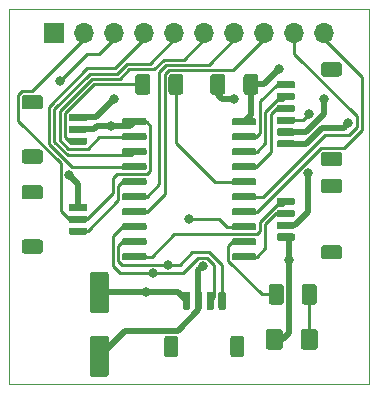
<source format=gbr>
G04 #@! TF.GenerationSoftware,KiCad,Pcbnew,(5.1.5)-3*
G04 #@! TF.CreationDate,2020-04-20T18:44:57+02:00*
G04 #@! TF.ProjectId,RS485-Modbus-Tiny-Sensor-Module,52533438-352d-44d6-9f64-6275732d5469,rev?*
G04 #@! TF.SameCoordinates,Original*
G04 #@! TF.FileFunction,Copper,L1,Top*
G04 #@! TF.FilePolarity,Positive*
%FSLAX46Y46*%
G04 Gerber Fmt 4.6, Leading zero omitted, Abs format (unit mm)*
G04 Created by KiCad (PCBNEW (5.1.5)-3) date 2020-04-20 18:44:57*
%MOMM*%
%LPD*%
G04 APERTURE LIST*
%ADD10C,0.050000*%
%ADD11C,0.100000*%
%ADD12O,1.700000X1.700000*%
%ADD13R,1.700000X1.700000*%
%ADD14C,0.800000*%
%ADD15C,0.250000*%
%ADD16C,0.500000*%
G04 APERTURE END LIST*
D10*
X213360000Y-115570000D02*
X182880000Y-115570000D01*
X213360000Y-83820000D02*
X213360000Y-115570000D01*
X182880000Y-83820000D02*
X213360000Y-83820000D01*
X182880000Y-115570000D02*
X182880000Y-83820000D01*
G04 #@! TA.AperFunction,SMDPad,CuDef*
D11*
G36*
X185489505Y-95681204D02*
G01*
X185513773Y-95684804D01*
X185537572Y-95690765D01*
X185560671Y-95699030D01*
X185582850Y-95709520D01*
X185603893Y-95722132D01*
X185623599Y-95736747D01*
X185641777Y-95753223D01*
X185658253Y-95771401D01*
X185672868Y-95791107D01*
X185685480Y-95812150D01*
X185695970Y-95834329D01*
X185704235Y-95857428D01*
X185710196Y-95881227D01*
X185713796Y-95905495D01*
X185715000Y-95929999D01*
X185715000Y-96630001D01*
X185713796Y-96654505D01*
X185710196Y-96678773D01*
X185704235Y-96702572D01*
X185695970Y-96725671D01*
X185685480Y-96747850D01*
X185672868Y-96768893D01*
X185658253Y-96788599D01*
X185641777Y-96806777D01*
X185623599Y-96823253D01*
X185603893Y-96837868D01*
X185582850Y-96850480D01*
X185560671Y-96860970D01*
X185537572Y-96869235D01*
X185513773Y-96875196D01*
X185489505Y-96878796D01*
X185465001Y-96880000D01*
X184164999Y-96880000D01*
X184140495Y-96878796D01*
X184116227Y-96875196D01*
X184092428Y-96869235D01*
X184069329Y-96860970D01*
X184047150Y-96850480D01*
X184026107Y-96837868D01*
X184006401Y-96823253D01*
X183988223Y-96806777D01*
X183971747Y-96788599D01*
X183957132Y-96768893D01*
X183944520Y-96747850D01*
X183934030Y-96725671D01*
X183925765Y-96702572D01*
X183919804Y-96678773D01*
X183916204Y-96654505D01*
X183915000Y-96630001D01*
X183915000Y-95929999D01*
X183916204Y-95905495D01*
X183919804Y-95881227D01*
X183925765Y-95857428D01*
X183934030Y-95834329D01*
X183944520Y-95812150D01*
X183957132Y-95791107D01*
X183971747Y-95771401D01*
X183988223Y-95753223D01*
X184006401Y-95736747D01*
X184026107Y-95722132D01*
X184047150Y-95709520D01*
X184069329Y-95699030D01*
X184092428Y-95690765D01*
X184116227Y-95684804D01*
X184140495Y-95681204D01*
X184164999Y-95680000D01*
X185465001Y-95680000D01*
X185489505Y-95681204D01*
G37*
G04 #@! TD.AperFunction*
G04 #@! TA.AperFunction,SMDPad,CuDef*
G36*
X185489505Y-91081204D02*
G01*
X185513773Y-91084804D01*
X185537572Y-91090765D01*
X185560671Y-91099030D01*
X185582850Y-91109520D01*
X185603893Y-91122132D01*
X185623599Y-91136747D01*
X185641777Y-91153223D01*
X185658253Y-91171401D01*
X185672868Y-91191107D01*
X185685480Y-91212150D01*
X185695970Y-91234329D01*
X185704235Y-91257428D01*
X185710196Y-91281227D01*
X185713796Y-91305495D01*
X185715000Y-91329999D01*
X185715000Y-92030001D01*
X185713796Y-92054505D01*
X185710196Y-92078773D01*
X185704235Y-92102572D01*
X185695970Y-92125671D01*
X185685480Y-92147850D01*
X185672868Y-92168893D01*
X185658253Y-92188599D01*
X185641777Y-92206777D01*
X185623599Y-92223253D01*
X185603893Y-92237868D01*
X185582850Y-92250480D01*
X185560671Y-92260970D01*
X185537572Y-92269235D01*
X185513773Y-92275196D01*
X185489505Y-92278796D01*
X185465001Y-92280000D01*
X184164999Y-92280000D01*
X184140495Y-92278796D01*
X184116227Y-92275196D01*
X184092428Y-92269235D01*
X184069329Y-92260970D01*
X184047150Y-92250480D01*
X184026107Y-92237868D01*
X184006401Y-92223253D01*
X183988223Y-92206777D01*
X183971747Y-92188599D01*
X183957132Y-92168893D01*
X183944520Y-92147850D01*
X183934030Y-92125671D01*
X183925765Y-92102572D01*
X183919804Y-92078773D01*
X183916204Y-92054505D01*
X183915000Y-92030001D01*
X183915000Y-91329999D01*
X183916204Y-91305495D01*
X183919804Y-91281227D01*
X183925765Y-91257428D01*
X183934030Y-91234329D01*
X183944520Y-91212150D01*
X183957132Y-91191107D01*
X183971747Y-91171401D01*
X183988223Y-91153223D01*
X184006401Y-91136747D01*
X184026107Y-91122132D01*
X184047150Y-91109520D01*
X184069329Y-91099030D01*
X184092428Y-91090765D01*
X184116227Y-91084804D01*
X184140495Y-91081204D01*
X184164999Y-91080000D01*
X185465001Y-91080000D01*
X185489505Y-91081204D01*
G37*
G04 #@! TD.AperFunction*
G04 #@! TA.AperFunction,SMDPad,CuDef*
G36*
X189329703Y-94680722D02*
G01*
X189344264Y-94682882D01*
X189358543Y-94686459D01*
X189372403Y-94691418D01*
X189385710Y-94697712D01*
X189398336Y-94705280D01*
X189410159Y-94714048D01*
X189421066Y-94723934D01*
X189430952Y-94734841D01*
X189439720Y-94746664D01*
X189447288Y-94759290D01*
X189453582Y-94772597D01*
X189458541Y-94786457D01*
X189462118Y-94800736D01*
X189464278Y-94815297D01*
X189465000Y-94830000D01*
X189465000Y-95130000D01*
X189464278Y-95144703D01*
X189462118Y-95159264D01*
X189458541Y-95173543D01*
X189453582Y-95187403D01*
X189447288Y-95200710D01*
X189439720Y-95213336D01*
X189430952Y-95225159D01*
X189421066Y-95236066D01*
X189410159Y-95245952D01*
X189398336Y-95254720D01*
X189385710Y-95262288D01*
X189372403Y-95268582D01*
X189358543Y-95273541D01*
X189344264Y-95277118D01*
X189329703Y-95279278D01*
X189315000Y-95280000D01*
X188065000Y-95280000D01*
X188050297Y-95279278D01*
X188035736Y-95277118D01*
X188021457Y-95273541D01*
X188007597Y-95268582D01*
X187994290Y-95262288D01*
X187981664Y-95254720D01*
X187969841Y-95245952D01*
X187958934Y-95236066D01*
X187949048Y-95225159D01*
X187940280Y-95213336D01*
X187932712Y-95200710D01*
X187926418Y-95187403D01*
X187921459Y-95173543D01*
X187917882Y-95159264D01*
X187915722Y-95144703D01*
X187915000Y-95130000D01*
X187915000Y-94830000D01*
X187915722Y-94815297D01*
X187917882Y-94800736D01*
X187921459Y-94786457D01*
X187926418Y-94772597D01*
X187932712Y-94759290D01*
X187940280Y-94746664D01*
X187949048Y-94734841D01*
X187958934Y-94723934D01*
X187969841Y-94714048D01*
X187981664Y-94705280D01*
X187994290Y-94697712D01*
X188007597Y-94691418D01*
X188021457Y-94686459D01*
X188035736Y-94682882D01*
X188050297Y-94680722D01*
X188065000Y-94680000D01*
X189315000Y-94680000D01*
X189329703Y-94680722D01*
G37*
G04 #@! TD.AperFunction*
G04 #@! TA.AperFunction,SMDPad,CuDef*
G36*
X189329703Y-93680722D02*
G01*
X189344264Y-93682882D01*
X189358543Y-93686459D01*
X189372403Y-93691418D01*
X189385710Y-93697712D01*
X189398336Y-93705280D01*
X189410159Y-93714048D01*
X189421066Y-93723934D01*
X189430952Y-93734841D01*
X189439720Y-93746664D01*
X189447288Y-93759290D01*
X189453582Y-93772597D01*
X189458541Y-93786457D01*
X189462118Y-93800736D01*
X189464278Y-93815297D01*
X189465000Y-93830000D01*
X189465000Y-94130000D01*
X189464278Y-94144703D01*
X189462118Y-94159264D01*
X189458541Y-94173543D01*
X189453582Y-94187403D01*
X189447288Y-94200710D01*
X189439720Y-94213336D01*
X189430952Y-94225159D01*
X189421066Y-94236066D01*
X189410159Y-94245952D01*
X189398336Y-94254720D01*
X189385710Y-94262288D01*
X189372403Y-94268582D01*
X189358543Y-94273541D01*
X189344264Y-94277118D01*
X189329703Y-94279278D01*
X189315000Y-94280000D01*
X188065000Y-94280000D01*
X188050297Y-94279278D01*
X188035736Y-94277118D01*
X188021457Y-94273541D01*
X188007597Y-94268582D01*
X187994290Y-94262288D01*
X187981664Y-94254720D01*
X187969841Y-94245952D01*
X187958934Y-94236066D01*
X187949048Y-94225159D01*
X187940280Y-94213336D01*
X187932712Y-94200710D01*
X187926418Y-94187403D01*
X187921459Y-94173543D01*
X187917882Y-94159264D01*
X187915722Y-94144703D01*
X187915000Y-94130000D01*
X187915000Y-93830000D01*
X187915722Y-93815297D01*
X187917882Y-93800736D01*
X187921459Y-93786457D01*
X187926418Y-93772597D01*
X187932712Y-93759290D01*
X187940280Y-93746664D01*
X187949048Y-93734841D01*
X187958934Y-93723934D01*
X187969841Y-93714048D01*
X187981664Y-93705280D01*
X187994290Y-93697712D01*
X188007597Y-93691418D01*
X188021457Y-93686459D01*
X188035736Y-93682882D01*
X188050297Y-93680722D01*
X188065000Y-93680000D01*
X189315000Y-93680000D01*
X189329703Y-93680722D01*
G37*
G04 #@! TD.AperFunction*
G04 #@! TA.AperFunction,SMDPad,CuDef*
G36*
X189329703Y-92680722D02*
G01*
X189344264Y-92682882D01*
X189358543Y-92686459D01*
X189372403Y-92691418D01*
X189385710Y-92697712D01*
X189398336Y-92705280D01*
X189410159Y-92714048D01*
X189421066Y-92723934D01*
X189430952Y-92734841D01*
X189439720Y-92746664D01*
X189447288Y-92759290D01*
X189453582Y-92772597D01*
X189458541Y-92786457D01*
X189462118Y-92800736D01*
X189464278Y-92815297D01*
X189465000Y-92830000D01*
X189465000Y-93130000D01*
X189464278Y-93144703D01*
X189462118Y-93159264D01*
X189458541Y-93173543D01*
X189453582Y-93187403D01*
X189447288Y-93200710D01*
X189439720Y-93213336D01*
X189430952Y-93225159D01*
X189421066Y-93236066D01*
X189410159Y-93245952D01*
X189398336Y-93254720D01*
X189385710Y-93262288D01*
X189372403Y-93268582D01*
X189358543Y-93273541D01*
X189344264Y-93277118D01*
X189329703Y-93279278D01*
X189315000Y-93280000D01*
X188065000Y-93280000D01*
X188050297Y-93279278D01*
X188035736Y-93277118D01*
X188021457Y-93273541D01*
X188007597Y-93268582D01*
X187994290Y-93262288D01*
X187981664Y-93254720D01*
X187969841Y-93245952D01*
X187958934Y-93236066D01*
X187949048Y-93225159D01*
X187940280Y-93213336D01*
X187932712Y-93200710D01*
X187926418Y-93187403D01*
X187921459Y-93173543D01*
X187917882Y-93159264D01*
X187915722Y-93144703D01*
X187915000Y-93130000D01*
X187915000Y-92830000D01*
X187915722Y-92815297D01*
X187917882Y-92800736D01*
X187921459Y-92786457D01*
X187926418Y-92772597D01*
X187932712Y-92759290D01*
X187940280Y-92746664D01*
X187949048Y-92734841D01*
X187958934Y-92723934D01*
X187969841Y-92714048D01*
X187981664Y-92705280D01*
X187994290Y-92697712D01*
X188007597Y-92691418D01*
X188021457Y-92686459D01*
X188035736Y-92682882D01*
X188050297Y-92680722D01*
X188065000Y-92680000D01*
X189315000Y-92680000D01*
X189329703Y-92680722D01*
G37*
G04 #@! TD.AperFunction*
G04 #@! TA.AperFunction,SMDPad,CuDef*
G36*
X202564505Y-111466204D02*
G01*
X202588773Y-111469804D01*
X202612572Y-111475765D01*
X202635671Y-111484030D01*
X202657850Y-111494520D01*
X202678893Y-111507132D01*
X202698599Y-111521747D01*
X202716777Y-111538223D01*
X202733253Y-111556401D01*
X202747868Y-111576107D01*
X202760480Y-111597150D01*
X202770970Y-111619329D01*
X202779235Y-111642428D01*
X202785196Y-111666227D01*
X202788796Y-111690495D01*
X202790000Y-111714999D01*
X202790000Y-113015001D01*
X202788796Y-113039505D01*
X202785196Y-113063773D01*
X202779235Y-113087572D01*
X202770970Y-113110671D01*
X202760480Y-113132850D01*
X202747868Y-113153893D01*
X202733253Y-113173599D01*
X202716777Y-113191777D01*
X202698599Y-113208253D01*
X202678893Y-113222868D01*
X202657850Y-113235480D01*
X202635671Y-113245970D01*
X202612572Y-113254235D01*
X202588773Y-113260196D01*
X202564505Y-113263796D01*
X202540001Y-113265000D01*
X201839999Y-113265000D01*
X201815495Y-113263796D01*
X201791227Y-113260196D01*
X201767428Y-113254235D01*
X201744329Y-113245970D01*
X201722150Y-113235480D01*
X201701107Y-113222868D01*
X201681401Y-113208253D01*
X201663223Y-113191777D01*
X201646747Y-113173599D01*
X201632132Y-113153893D01*
X201619520Y-113132850D01*
X201609030Y-113110671D01*
X201600765Y-113087572D01*
X201594804Y-113063773D01*
X201591204Y-113039505D01*
X201590000Y-113015001D01*
X201590000Y-111714999D01*
X201591204Y-111690495D01*
X201594804Y-111666227D01*
X201600765Y-111642428D01*
X201609030Y-111619329D01*
X201619520Y-111597150D01*
X201632132Y-111576107D01*
X201646747Y-111556401D01*
X201663223Y-111538223D01*
X201681401Y-111521747D01*
X201701107Y-111507132D01*
X201722150Y-111494520D01*
X201744329Y-111484030D01*
X201767428Y-111475765D01*
X201791227Y-111469804D01*
X201815495Y-111466204D01*
X201839999Y-111465000D01*
X202540001Y-111465000D01*
X202564505Y-111466204D01*
G37*
G04 #@! TD.AperFunction*
G04 #@! TA.AperFunction,SMDPad,CuDef*
G36*
X196964505Y-111466204D02*
G01*
X196988773Y-111469804D01*
X197012572Y-111475765D01*
X197035671Y-111484030D01*
X197057850Y-111494520D01*
X197078893Y-111507132D01*
X197098599Y-111521747D01*
X197116777Y-111538223D01*
X197133253Y-111556401D01*
X197147868Y-111576107D01*
X197160480Y-111597150D01*
X197170970Y-111619329D01*
X197179235Y-111642428D01*
X197185196Y-111666227D01*
X197188796Y-111690495D01*
X197190000Y-111714999D01*
X197190000Y-113015001D01*
X197188796Y-113039505D01*
X197185196Y-113063773D01*
X197179235Y-113087572D01*
X197170970Y-113110671D01*
X197160480Y-113132850D01*
X197147868Y-113153893D01*
X197133253Y-113173599D01*
X197116777Y-113191777D01*
X197098599Y-113208253D01*
X197078893Y-113222868D01*
X197057850Y-113235480D01*
X197035671Y-113245970D01*
X197012572Y-113254235D01*
X196988773Y-113260196D01*
X196964505Y-113263796D01*
X196940001Y-113265000D01*
X196239999Y-113265000D01*
X196215495Y-113263796D01*
X196191227Y-113260196D01*
X196167428Y-113254235D01*
X196144329Y-113245970D01*
X196122150Y-113235480D01*
X196101107Y-113222868D01*
X196081401Y-113208253D01*
X196063223Y-113191777D01*
X196046747Y-113173599D01*
X196032132Y-113153893D01*
X196019520Y-113132850D01*
X196009030Y-113110671D01*
X196000765Y-113087572D01*
X195994804Y-113063773D01*
X195991204Y-113039505D01*
X195990000Y-113015001D01*
X195990000Y-111714999D01*
X195991204Y-111690495D01*
X195994804Y-111666227D01*
X196000765Y-111642428D01*
X196009030Y-111619329D01*
X196019520Y-111597150D01*
X196032132Y-111576107D01*
X196046747Y-111556401D01*
X196063223Y-111538223D01*
X196081401Y-111521747D01*
X196101107Y-111507132D01*
X196122150Y-111494520D01*
X196144329Y-111484030D01*
X196167428Y-111475765D01*
X196191227Y-111469804D01*
X196215495Y-111466204D01*
X196239999Y-111465000D01*
X196940001Y-111465000D01*
X196964505Y-111466204D01*
G37*
G04 #@! TD.AperFunction*
G04 #@! TA.AperFunction,SMDPad,CuDef*
G36*
X201054703Y-107715722D02*
G01*
X201069264Y-107717882D01*
X201083543Y-107721459D01*
X201097403Y-107726418D01*
X201110710Y-107732712D01*
X201123336Y-107740280D01*
X201135159Y-107749048D01*
X201146066Y-107758934D01*
X201155952Y-107769841D01*
X201164720Y-107781664D01*
X201172288Y-107794290D01*
X201178582Y-107807597D01*
X201183541Y-107821457D01*
X201187118Y-107835736D01*
X201189278Y-107850297D01*
X201190000Y-107865000D01*
X201190000Y-109115000D01*
X201189278Y-109129703D01*
X201187118Y-109144264D01*
X201183541Y-109158543D01*
X201178582Y-109172403D01*
X201172288Y-109185710D01*
X201164720Y-109198336D01*
X201155952Y-109210159D01*
X201146066Y-109221066D01*
X201135159Y-109230952D01*
X201123336Y-109239720D01*
X201110710Y-109247288D01*
X201097403Y-109253582D01*
X201083543Y-109258541D01*
X201069264Y-109262118D01*
X201054703Y-109264278D01*
X201040000Y-109265000D01*
X200740000Y-109265000D01*
X200725297Y-109264278D01*
X200710736Y-109262118D01*
X200696457Y-109258541D01*
X200682597Y-109253582D01*
X200669290Y-109247288D01*
X200656664Y-109239720D01*
X200644841Y-109230952D01*
X200633934Y-109221066D01*
X200624048Y-109210159D01*
X200615280Y-109198336D01*
X200607712Y-109185710D01*
X200601418Y-109172403D01*
X200596459Y-109158543D01*
X200592882Y-109144264D01*
X200590722Y-109129703D01*
X200590000Y-109115000D01*
X200590000Y-107865000D01*
X200590722Y-107850297D01*
X200592882Y-107835736D01*
X200596459Y-107821457D01*
X200601418Y-107807597D01*
X200607712Y-107794290D01*
X200615280Y-107781664D01*
X200624048Y-107769841D01*
X200633934Y-107758934D01*
X200644841Y-107749048D01*
X200656664Y-107740280D01*
X200669290Y-107732712D01*
X200682597Y-107726418D01*
X200696457Y-107721459D01*
X200710736Y-107717882D01*
X200725297Y-107715722D01*
X200740000Y-107715000D01*
X201040000Y-107715000D01*
X201054703Y-107715722D01*
G37*
G04 #@! TD.AperFunction*
G04 #@! TA.AperFunction,SMDPad,CuDef*
G36*
X200054703Y-107715722D02*
G01*
X200069264Y-107717882D01*
X200083543Y-107721459D01*
X200097403Y-107726418D01*
X200110710Y-107732712D01*
X200123336Y-107740280D01*
X200135159Y-107749048D01*
X200146066Y-107758934D01*
X200155952Y-107769841D01*
X200164720Y-107781664D01*
X200172288Y-107794290D01*
X200178582Y-107807597D01*
X200183541Y-107821457D01*
X200187118Y-107835736D01*
X200189278Y-107850297D01*
X200190000Y-107865000D01*
X200190000Y-109115000D01*
X200189278Y-109129703D01*
X200187118Y-109144264D01*
X200183541Y-109158543D01*
X200178582Y-109172403D01*
X200172288Y-109185710D01*
X200164720Y-109198336D01*
X200155952Y-109210159D01*
X200146066Y-109221066D01*
X200135159Y-109230952D01*
X200123336Y-109239720D01*
X200110710Y-109247288D01*
X200097403Y-109253582D01*
X200083543Y-109258541D01*
X200069264Y-109262118D01*
X200054703Y-109264278D01*
X200040000Y-109265000D01*
X199740000Y-109265000D01*
X199725297Y-109264278D01*
X199710736Y-109262118D01*
X199696457Y-109258541D01*
X199682597Y-109253582D01*
X199669290Y-109247288D01*
X199656664Y-109239720D01*
X199644841Y-109230952D01*
X199633934Y-109221066D01*
X199624048Y-109210159D01*
X199615280Y-109198336D01*
X199607712Y-109185710D01*
X199601418Y-109172403D01*
X199596459Y-109158543D01*
X199592882Y-109144264D01*
X199590722Y-109129703D01*
X199590000Y-109115000D01*
X199590000Y-107865000D01*
X199590722Y-107850297D01*
X199592882Y-107835736D01*
X199596459Y-107821457D01*
X199601418Y-107807597D01*
X199607712Y-107794290D01*
X199615280Y-107781664D01*
X199624048Y-107769841D01*
X199633934Y-107758934D01*
X199644841Y-107749048D01*
X199656664Y-107740280D01*
X199669290Y-107732712D01*
X199682597Y-107726418D01*
X199696457Y-107721459D01*
X199710736Y-107717882D01*
X199725297Y-107715722D01*
X199740000Y-107715000D01*
X200040000Y-107715000D01*
X200054703Y-107715722D01*
G37*
G04 #@! TD.AperFunction*
G04 #@! TA.AperFunction,SMDPad,CuDef*
G36*
X199054703Y-107715722D02*
G01*
X199069264Y-107717882D01*
X199083543Y-107721459D01*
X199097403Y-107726418D01*
X199110710Y-107732712D01*
X199123336Y-107740280D01*
X199135159Y-107749048D01*
X199146066Y-107758934D01*
X199155952Y-107769841D01*
X199164720Y-107781664D01*
X199172288Y-107794290D01*
X199178582Y-107807597D01*
X199183541Y-107821457D01*
X199187118Y-107835736D01*
X199189278Y-107850297D01*
X199190000Y-107865000D01*
X199190000Y-109115000D01*
X199189278Y-109129703D01*
X199187118Y-109144264D01*
X199183541Y-109158543D01*
X199178582Y-109172403D01*
X199172288Y-109185710D01*
X199164720Y-109198336D01*
X199155952Y-109210159D01*
X199146066Y-109221066D01*
X199135159Y-109230952D01*
X199123336Y-109239720D01*
X199110710Y-109247288D01*
X199097403Y-109253582D01*
X199083543Y-109258541D01*
X199069264Y-109262118D01*
X199054703Y-109264278D01*
X199040000Y-109265000D01*
X198740000Y-109265000D01*
X198725297Y-109264278D01*
X198710736Y-109262118D01*
X198696457Y-109258541D01*
X198682597Y-109253582D01*
X198669290Y-109247288D01*
X198656664Y-109239720D01*
X198644841Y-109230952D01*
X198633934Y-109221066D01*
X198624048Y-109210159D01*
X198615280Y-109198336D01*
X198607712Y-109185710D01*
X198601418Y-109172403D01*
X198596459Y-109158543D01*
X198592882Y-109144264D01*
X198590722Y-109129703D01*
X198590000Y-109115000D01*
X198590000Y-107865000D01*
X198590722Y-107850297D01*
X198592882Y-107835736D01*
X198596459Y-107821457D01*
X198601418Y-107807597D01*
X198607712Y-107794290D01*
X198615280Y-107781664D01*
X198624048Y-107769841D01*
X198633934Y-107758934D01*
X198644841Y-107749048D01*
X198656664Y-107740280D01*
X198669290Y-107732712D01*
X198682597Y-107726418D01*
X198696457Y-107721459D01*
X198710736Y-107717882D01*
X198725297Y-107715722D01*
X198740000Y-107715000D01*
X199040000Y-107715000D01*
X199054703Y-107715722D01*
G37*
G04 #@! TD.AperFunction*
G04 #@! TA.AperFunction,SMDPad,CuDef*
G36*
X198054703Y-107715722D02*
G01*
X198069264Y-107717882D01*
X198083543Y-107721459D01*
X198097403Y-107726418D01*
X198110710Y-107732712D01*
X198123336Y-107740280D01*
X198135159Y-107749048D01*
X198146066Y-107758934D01*
X198155952Y-107769841D01*
X198164720Y-107781664D01*
X198172288Y-107794290D01*
X198178582Y-107807597D01*
X198183541Y-107821457D01*
X198187118Y-107835736D01*
X198189278Y-107850297D01*
X198190000Y-107865000D01*
X198190000Y-109115000D01*
X198189278Y-109129703D01*
X198187118Y-109144264D01*
X198183541Y-109158543D01*
X198178582Y-109172403D01*
X198172288Y-109185710D01*
X198164720Y-109198336D01*
X198155952Y-109210159D01*
X198146066Y-109221066D01*
X198135159Y-109230952D01*
X198123336Y-109239720D01*
X198110710Y-109247288D01*
X198097403Y-109253582D01*
X198083543Y-109258541D01*
X198069264Y-109262118D01*
X198054703Y-109264278D01*
X198040000Y-109265000D01*
X197740000Y-109265000D01*
X197725297Y-109264278D01*
X197710736Y-109262118D01*
X197696457Y-109258541D01*
X197682597Y-109253582D01*
X197669290Y-109247288D01*
X197656664Y-109239720D01*
X197644841Y-109230952D01*
X197633934Y-109221066D01*
X197624048Y-109210159D01*
X197615280Y-109198336D01*
X197607712Y-109185710D01*
X197601418Y-109172403D01*
X197596459Y-109158543D01*
X197592882Y-109144264D01*
X197590722Y-109129703D01*
X197590000Y-109115000D01*
X197590000Y-107865000D01*
X197590722Y-107850297D01*
X197592882Y-107835736D01*
X197596459Y-107821457D01*
X197601418Y-107807597D01*
X197607712Y-107794290D01*
X197615280Y-107781664D01*
X197624048Y-107769841D01*
X197633934Y-107758934D01*
X197644841Y-107749048D01*
X197656664Y-107740280D01*
X197669290Y-107732712D01*
X197682597Y-107726418D01*
X197696457Y-107721459D01*
X197710736Y-107717882D01*
X197725297Y-107715722D01*
X197740000Y-107715000D01*
X198040000Y-107715000D01*
X198054703Y-107715722D01*
G37*
G04 #@! TD.AperFunction*
G04 #@! TA.AperFunction,SMDPad,CuDef*
G36*
X194359703Y-93045722D02*
G01*
X194374264Y-93047882D01*
X194388543Y-93051459D01*
X194402403Y-93056418D01*
X194415710Y-93062712D01*
X194428336Y-93070280D01*
X194440159Y-93079048D01*
X194451066Y-93088934D01*
X194460952Y-93099841D01*
X194469720Y-93111664D01*
X194477288Y-93124290D01*
X194483582Y-93137597D01*
X194488541Y-93151457D01*
X194492118Y-93165736D01*
X194494278Y-93180297D01*
X194495000Y-93195000D01*
X194495000Y-93495000D01*
X194494278Y-93509703D01*
X194492118Y-93524264D01*
X194488541Y-93538543D01*
X194483582Y-93552403D01*
X194477288Y-93565710D01*
X194469720Y-93578336D01*
X194460952Y-93590159D01*
X194451066Y-93601066D01*
X194440159Y-93610952D01*
X194428336Y-93619720D01*
X194415710Y-93627288D01*
X194402403Y-93633582D01*
X194388543Y-93638541D01*
X194374264Y-93642118D01*
X194359703Y-93644278D01*
X194345000Y-93645000D01*
X192595000Y-93645000D01*
X192580297Y-93644278D01*
X192565736Y-93642118D01*
X192551457Y-93638541D01*
X192537597Y-93633582D01*
X192524290Y-93627288D01*
X192511664Y-93619720D01*
X192499841Y-93610952D01*
X192488934Y-93601066D01*
X192479048Y-93590159D01*
X192470280Y-93578336D01*
X192462712Y-93565710D01*
X192456418Y-93552403D01*
X192451459Y-93538543D01*
X192447882Y-93524264D01*
X192445722Y-93509703D01*
X192445000Y-93495000D01*
X192445000Y-93195000D01*
X192445722Y-93180297D01*
X192447882Y-93165736D01*
X192451459Y-93151457D01*
X192456418Y-93137597D01*
X192462712Y-93124290D01*
X192470280Y-93111664D01*
X192479048Y-93099841D01*
X192488934Y-93088934D01*
X192499841Y-93079048D01*
X192511664Y-93070280D01*
X192524290Y-93062712D01*
X192537597Y-93056418D01*
X192551457Y-93051459D01*
X192565736Y-93047882D01*
X192580297Y-93045722D01*
X192595000Y-93045000D01*
X194345000Y-93045000D01*
X194359703Y-93045722D01*
G37*
G04 #@! TD.AperFunction*
G04 #@! TA.AperFunction,SMDPad,CuDef*
G36*
X194359703Y-94315722D02*
G01*
X194374264Y-94317882D01*
X194388543Y-94321459D01*
X194402403Y-94326418D01*
X194415710Y-94332712D01*
X194428336Y-94340280D01*
X194440159Y-94349048D01*
X194451066Y-94358934D01*
X194460952Y-94369841D01*
X194469720Y-94381664D01*
X194477288Y-94394290D01*
X194483582Y-94407597D01*
X194488541Y-94421457D01*
X194492118Y-94435736D01*
X194494278Y-94450297D01*
X194495000Y-94465000D01*
X194495000Y-94765000D01*
X194494278Y-94779703D01*
X194492118Y-94794264D01*
X194488541Y-94808543D01*
X194483582Y-94822403D01*
X194477288Y-94835710D01*
X194469720Y-94848336D01*
X194460952Y-94860159D01*
X194451066Y-94871066D01*
X194440159Y-94880952D01*
X194428336Y-94889720D01*
X194415710Y-94897288D01*
X194402403Y-94903582D01*
X194388543Y-94908541D01*
X194374264Y-94912118D01*
X194359703Y-94914278D01*
X194345000Y-94915000D01*
X192595000Y-94915000D01*
X192580297Y-94914278D01*
X192565736Y-94912118D01*
X192551457Y-94908541D01*
X192537597Y-94903582D01*
X192524290Y-94897288D01*
X192511664Y-94889720D01*
X192499841Y-94880952D01*
X192488934Y-94871066D01*
X192479048Y-94860159D01*
X192470280Y-94848336D01*
X192462712Y-94835710D01*
X192456418Y-94822403D01*
X192451459Y-94808543D01*
X192447882Y-94794264D01*
X192445722Y-94779703D01*
X192445000Y-94765000D01*
X192445000Y-94465000D01*
X192445722Y-94450297D01*
X192447882Y-94435736D01*
X192451459Y-94421457D01*
X192456418Y-94407597D01*
X192462712Y-94394290D01*
X192470280Y-94381664D01*
X192479048Y-94369841D01*
X192488934Y-94358934D01*
X192499841Y-94349048D01*
X192511664Y-94340280D01*
X192524290Y-94332712D01*
X192537597Y-94326418D01*
X192551457Y-94321459D01*
X192565736Y-94317882D01*
X192580297Y-94315722D01*
X192595000Y-94315000D01*
X194345000Y-94315000D01*
X194359703Y-94315722D01*
G37*
G04 #@! TD.AperFunction*
G04 #@! TA.AperFunction,SMDPad,CuDef*
G36*
X194359703Y-95585722D02*
G01*
X194374264Y-95587882D01*
X194388543Y-95591459D01*
X194402403Y-95596418D01*
X194415710Y-95602712D01*
X194428336Y-95610280D01*
X194440159Y-95619048D01*
X194451066Y-95628934D01*
X194460952Y-95639841D01*
X194469720Y-95651664D01*
X194477288Y-95664290D01*
X194483582Y-95677597D01*
X194488541Y-95691457D01*
X194492118Y-95705736D01*
X194494278Y-95720297D01*
X194495000Y-95735000D01*
X194495000Y-96035000D01*
X194494278Y-96049703D01*
X194492118Y-96064264D01*
X194488541Y-96078543D01*
X194483582Y-96092403D01*
X194477288Y-96105710D01*
X194469720Y-96118336D01*
X194460952Y-96130159D01*
X194451066Y-96141066D01*
X194440159Y-96150952D01*
X194428336Y-96159720D01*
X194415710Y-96167288D01*
X194402403Y-96173582D01*
X194388543Y-96178541D01*
X194374264Y-96182118D01*
X194359703Y-96184278D01*
X194345000Y-96185000D01*
X192595000Y-96185000D01*
X192580297Y-96184278D01*
X192565736Y-96182118D01*
X192551457Y-96178541D01*
X192537597Y-96173582D01*
X192524290Y-96167288D01*
X192511664Y-96159720D01*
X192499841Y-96150952D01*
X192488934Y-96141066D01*
X192479048Y-96130159D01*
X192470280Y-96118336D01*
X192462712Y-96105710D01*
X192456418Y-96092403D01*
X192451459Y-96078543D01*
X192447882Y-96064264D01*
X192445722Y-96049703D01*
X192445000Y-96035000D01*
X192445000Y-95735000D01*
X192445722Y-95720297D01*
X192447882Y-95705736D01*
X192451459Y-95691457D01*
X192456418Y-95677597D01*
X192462712Y-95664290D01*
X192470280Y-95651664D01*
X192479048Y-95639841D01*
X192488934Y-95628934D01*
X192499841Y-95619048D01*
X192511664Y-95610280D01*
X192524290Y-95602712D01*
X192537597Y-95596418D01*
X192551457Y-95591459D01*
X192565736Y-95587882D01*
X192580297Y-95585722D01*
X192595000Y-95585000D01*
X194345000Y-95585000D01*
X194359703Y-95585722D01*
G37*
G04 #@! TD.AperFunction*
G04 #@! TA.AperFunction,SMDPad,CuDef*
G36*
X194359703Y-96855722D02*
G01*
X194374264Y-96857882D01*
X194388543Y-96861459D01*
X194402403Y-96866418D01*
X194415710Y-96872712D01*
X194428336Y-96880280D01*
X194440159Y-96889048D01*
X194451066Y-96898934D01*
X194460952Y-96909841D01*
X194469720Y-96921664D01*
X194477288Y-96934290D01*
X194483582Y-96947597D01*
X194488541Y-96961457D01*
X194492118Y-96975736D01*
X194494278Y-96990297D01*
X194495000Y-97005000D01*
X194495000Y-97305000D01*
X194494278Y-97319703D01*
X194492118Y-97334264D01*
X194488541Y-97348543D01*
X194483582Y-97362403D01*
X194477288Y-97375710D01*
X194469720Y-97388336D01*
X194460952Y-97400159D01*
X194451066Y-97411066D01*
X194440159Y-97420952D01*
X194428336Y-97429720D01*
X194415710Y-97437288D01*
X194402403Y-97443582D01*
X194388543Y-97448541D01*
X194374264Y-97452118D01*
X194359703Y-97454278D01*
X194345000Y-97455000D01*
X192595000Y-97455000D01*
X192580297Y-97454278D01*
X192565736Y-97452118D01*
X192551457Y-97448541D01*
X192537597Y-97443582D01*
X192524290Y-97437288D01*
X192511664Y-97429720D01*
X192499841Y-97420952D01*
X192488934Y-97411066D01*
X192479048Y-97400159D01*
X192470280Y-97388336D01*
X192462712Y-97375710D01*
X192456418Y-97362403D01*
X192451459Y-97348543D01*
X192447882Y-97334264D01*
X192445722Y-97319703D01*
X192445000Y-97305000D01*
X192445000Y-97005000D01*
X192445722Y-96990297D01*
X192447882Y-96975736D01*
X192451459Y-96961457D01*
X192456418Y-96947597D01*
X192462712Y-96934290D01*
X192470280Y-96921664D01*
X192479048Y-96909841D01*
X192488934Y-96898934D01*
X192499841Y-96889048D01*
X192511664Y-96880280D01*
X192524290Y-96872712D01*
X192537597Y-96866418D01*
X192551457Y-96861459D01*
X192565736Y-96857882D01*
X192580297Y-96855722D01*
X192595000Y-96855000D01*
X194345000Y-96855000D01*
X194359703Y-96855722D01*
G37*
G04 #@! TD.AperFunction*
G04 #@! TA.AperFunction,SMDPad,CuDef*
G36*
X194359703Y-98125722D02*
G01*
X194374264Y-98127882D01*
X194388543Y-98131459D01*
X194402403Y-98136418D01*
X194415710Y-98142712D01*
X194428336Y-98150280D01*
X194440159Y-98159048D01*
X194451066Y-98168934D01*
X194460952Y-98179841D01*
X194469720Y-98191664D01*
X194477288Y-98204290D01*
X194483582Y-98217597D01*
X194488541Y-98231457D01*
X194492118Y-98245736D01*
X194494278Y-98260297D01*
X194495000Y-98275000D01*
X194495000Y-98575000D01*
X194494278Y-98589703D01*
X194492118Y-98604264D01*
X194488541Y-98618543D01*
X194483582Y-98632403D01*
X194477288Y-98645710D01*
X194469720Y-98658336D01*
X194460952Y-98670159D01*
X194451066Y-98681066D01*
X194440159Y-98690952D01*
X194428336Y-98699720D01*
X194415710Y-98707288D01*
X194402403Y-98713582D01*
X194388543Y-98718541D01*
X194374264Y-98722118D01*
X194359703Y-98724278D01*
X194345000Y-98725000D01*
X192595000Y-98725000D01*
X192580297Y-98724278D01*
X192565736Y-98722118D01*
X192551457Y-98718541D01*
X192537597Y-98713582D01*
X192524290Y-98707288D01*
X192511664Y-98699720D01*
X192499841Y-98690952D01*
X192488934Y-98681066D01*
X192479048Y-98670159D01*
X192470280Y-98658336D01*
X192462712Y-98645710D01*
X192456418Y-98632403D01*
X192451459Y-98618543D01*
X192447882Y-98604264D01*
X192445722Y-98589703D01*
X192445000Y-98575000D01*
X192445000Y-98275000D01*
X192445722Y-98260297D01*
X192447882Y-98245736D01*
X192451459Y-98231457D01*
X192456418Y-98217597D01*
X192462712Y-98204290D01*
X192470280Y-98191664D01*
X192479048Y-98179841D01*
X192488934Y-98168934D01*
X192499841Y-98159048D01*
X192511664Y-98150280D01*
X192524290Y-98142712D01*
X192537597Y-98136418D01*
X192551457Y-98131459D01*
X192565736Y-98127882D01*
X192580297Y-98125722D01*
X192595000Y-98125000D01*
X194345000Y-98125000D01*
X194359703Y-98125722D01*
G37*
G04 #@! TD.AperFunction*
G04 #@! TA.AperFunction,SMDPad,CuDef*
G36*
X194359703Y-99395722D02*
G01*
X194374264Y-99397882D01*
X194388543Y-99401459D01*
X194402403Y-99406418D01*
X194415710Y-99412712D01*
X194428336Y-99420280D01*
X194440159Y-99429048D01*
X194451066Y-99438934D01*
X194460952Y-99449841D01*
X194469720Y-99461664D01*
X194477288Y-99474290D01*
X194483582Y-99487597D01*
X194488541Y-99501457D01*
X194492118Y-99515736D01*
X194494278Y-99530297D01*
X194495000Y-99545000D01*
X194495000Y-99845000D01*
X194494278Y-99859703D01*
X194492118Y-99874264D01*
X194488541Y-99888543D01*
X194483582Y-99902403D01*
X194477288Y-99915710D01*
X194469720Y-99928336D01*
X194460952Y-99940159D01*
X194451066Y-99951066D01*
X194440159Y-99960952D01*
X194428336Y-99969720D01*
X194415710Y-99977288D01*
X194402403Y-99983582D01*
X194388543Y-99988541D01*
X194374264Y-99992118D01*
X194359703Y-99994278D01*
X194345000Y-99995000D01*
X192595000Y-99995000D01*
X192580297Y-99994278D01*
X192565736Y-99992118D01*
X192551457Y-99988541D01*
X192537597Y-99983582D01*
X192524290Y-99977288D01*
X192511664Y-99969720D01*
X192499841Y-99960952D01*
X192488934Y-99951066D01*
X192479048Y-99940159D01*
X192470280Y-99928336D01*
X192462712Y-99915710D01*
X192456418Y-99902403D01*
X192451459Y-99888543D01*
X192447882Y-99874264D01*
X192445722Y-99859703D01*
X192445000Y-99845000D01*
X192445000Y-99545000D01*
X192445722Y-99530297D01*
X192447882Y-99515736D01*
X192451459Y-99501457D01*
X192456418Y-99487597D01*
X192462712Y-99474290D01*
X192470280Y-99461664D01*
X192479048Y-99449841D01*
X192488934Y-99438934D01*
X192499841Y-99429048D01*
X192511664Y-99420280D01*
X192524290Y-99412712D01*
X192537597Y-99406418D01*
X192551457Y-99401459D01*
X192565736Y-99397882D01*
X192580297Y-99395722D01*
X192595000Y-99395000D01*
X194345000Y-99395000D01*
X194359703Y-99395722D01*
G37*
G04 #@! TD.AperFunction*
G04 #@! TA.AperFunction,SMDPad,CuDef*
G36*
X194359703Y-100665722D02*
G01*
X194374264Y-100667882D01*
X194388543Y-100671459D01*
X194402403Y-100676418D01*
X194415710Y-100682712D01*
X194428336Y-100690280D01*
X194440159Y-100699048D01*
X194451066Y-100708934D01*
X194460952Y-100719841D01*
X194469720Y-100731664D01*
X194477288Y-100744290D01*
X194483582Y-100757597D01*
X194488541Y-100771457D01*
X194492118Y-100785736D01*
X194494278Y-100800297D01*
X194495000Y-100815000D01*
X194495000Y-101115000D01*
X194494278Y-101129703D01*
X194492118Y-101144264D01*
X194488541Y-101158543D01*
X194483582Y-101172403D01*
X194477288Y-101185710D01*
X194469720Y-101198336D01*
X194460952Y-101210159D01*
X194451066Y-101221066D01*
X194440159Y-101230952D01*
X194428336Y-101239720D01*
X194415710Y-101247288D01*
X194402403Y-101253582D01*
X194388543Y-101258541D01*
X194374264Y-101262118D01*
X194359703Y-101264278D01*
X194345000Y-101265000D01*
X192595000Y-101265000D01*
X192580297Y-101264278D01*
X192565736Y-101262118D01*
X192551457Y-101258541D01*
X192537597Y-101253582D01*
X192524290Y-101247288D01*
X192511664Y-101239720D01*
X192499841Y-101230952D01*
X192488934Y-101221066D01*
X192479048Y-101210159D01*
X192470280Y-101198336D01*
X192462712Y-101185710D01*
X192456418Y-101172403D01*
X192451459Y-101158543D01*
X192447882Y-101144264D01*
X192445722Y-101129703D01*
X192445000Y-101115000D01*
X192445000Y-100815000D01*
X192445722Y-100800297D01*
X192447882Y-100785736D01*
X192451459Y-100771457D01*
X192456418Y-100757597D01*
X192462712Y-100744290D01*
X192470280Y-100731664D01*
X192479048Y-100719841D01*
X192488934Y-100708934D01*
X192499841Y-100699048D01*
X192511664Y-100690280D01*
X192524290Y-100682712D01*
X192537597Y-100676418D01*
X192551457Y-100671459D01*
X192565736Y-100667882D01*
X192580297Y-100665722D01*
X192595000Y-100665000D01*
X194345000Y-100665000D01*
X194359703Y-100665722D01*
G37*
G04 #@! TD.AperFunction*
G04 #@! TA.AperFunction,SMDPad,CuDef*
G36*
X194359703Y-101935722D02*
G01*
X194374264Y-101937882D01*
X194388543Y-101941459D01*
X194402403Y-101946418D01*
X194415710Y-101952712D01*
X194428336Y-101960280D01*
X194440159Y-101969048D01*
X194451066Y-101978934D01*
X194460952Y-101989841D01*
X194469720Y-102001664D01*
X194477288Y-102014290D01*
X194483582Y-102027597D01*
X194488541Y-102041457D01*
X194492118Y-102055736D01*
X194494278Y-102070297D01*
X194495000Y-102085000D01*
X194495000Y-102385000D01*
X194494278Y-102399703D01*
X194492118Y-102414264D01*
X194488541Y-102428543D01*
X194483582Y-102442403D01*
X194477288Y-102455710D01*
X194469720Y-102468336D01*
X194460952Y-102480159D01*
X194451066Y-102491066D01*
X194440159Y-102500952D01*
X194428336Y-102509720D01*
X194415710Y-102517288D01*
X194402403Y-102523582D01*
X194388543Y-102528541D01*
X194374264Y-102532118D01*
X194359703Y-102534278D01*
X194345000Y-102535000D01*
X192595000Y-102535000D01*
X192580297Y-102534278D01*
X192565736Y-102532118D01*
X192551457Y-102528541D01*
X192537597Y-102523582D01*
X192524290Y-102517288D01*
X192511664Y-102509720D01*
X192499841Y-102500952D01*
X192488934Y-102491066D01*
X192479048Y-102480159D01*
X192470280Y-102468336D01*
X192462712Y-102455710D01*
X192456418Y-102442403D01*
X192451459Y-102428543D01*
X192447882Y-102414264D01*
X192445722Y-102399703D01*
X192445000Y-102385000D01*
X192445000Y-102085000D01*
X192445722Y-102070297D01*
X192447882Y-102055736D01*
X192451459Y-102041457D01*
X192456418Y-102027597D01*
X192462712Y-102014290D01*
X192470280Y-102001664D01*
X192479048Y-101989841D01*
X192488934Y-101978934D01*
X192499841Y-101969048D01*
X192511664Y-101960280D01*
X192524290Y-101952712D01*
X192537597Y-101946418D01*
X192551457Y-101941459D01*
X192565736Y-101937882D01*
X192580297Y-101935722D01*
X192595000Y-101935000D01*
X194345000Y-101935000D01*
X194359703Y-101935722D01*
G37*
G04 #@! TD.AperFunction*
G04 #@! TA.AperFunction,SMDPad,CuDef*
G36*
X194359703Y-103205722D02*
G01*
X194374264Y-103207882D01*
X194388543Y-103211459D01*
X194402403Y-103216418D01*
X194415710Y-103222712D01*
X194428336Y-103230280D01*
X194440159Y-103239048D01*
X194451066Y-103248934D01*
X194460952Y-103259841D01*
X194469720Y-103271664D01*
X194477288Y-103284290D01*
X194483582Y-103297597D01*
X194488541Y-103311457D01*
X194492118Y-103325736D01*
X194494278Y-103340297D01*
X194495000Y-103355000D01*
X194495000Y-103655000D01*
X194494278Y-103669703D01*
X194492118Y-103684264D01*
X194488541Y-103698543D01*
X194483582Y-103712403D01*
X194477288Y-103725710D01*
X194469720Y-103738336D01*
X194460952Y-103750159D01*
X194451066Y-103761066D01*
X194440159Y-103770952D01*
X194428336Y-103779720D01*
X194415710Y-103787288D01*
X194402403Y-103793582D01*
X194388543Y-103798541D01*
X194374264Y-103802118D01*
X194359703Y-103804278D01*
X194345000Y-103805000D01*
X192595000Y-103805000D01*
X192580297Y-103804278D01*
X192565736Y-103802118D01*
X192551457Y-103798541D01*
X192537597Y-103793582D01*
X192524290Y-103787288D01*
X192511664Y-103779720D01*
X192499841Y-103770952D01*
X192488934Y-103761066D01*
X192479048Y-103750159D01*
X192470280Y-103738336D01*
X192462712Y-103725710D01*
X192456418Y-103712403D01*
X192451459Y-103698543D01*
X192447882Y-103684264D01*
X192445722Y-103669703D01*
X192445000Y-103655000D01*
X192445000Y-103355000D01*
X192445722Y-103340297D01*
X192447882Y-103325736D01*
X192451459Y-103311457D01*
X192456418Y-103297597D01*
X192462712Y-103284290D01*
X192470280Y-103271664D01*
X192479048Y-103259841D01*
X192488934Y-103248934D01*
X192499841Y-103239048D01*
X192511664Y-103230280D01*
X192524290Y-103222712D01*
X192537597Y-103216418D01*
X192551457Y-103211459D01*
X192565736Y-103207882D01*
X192580297Y-103205722D01*
X192595000Y-103205000D01*
X194345000Y-103205000D01*
X194359703Y-103205722D01*
G37*
G04 #@! TD.AperFunction*
G04 #@! TA.AperFunction,SMDPad,CuDef*
G36*
X194359703Y-104475722D02*
G01*
X194374264Y-104477882D01*
X194388543Y-104481459D01*
X194402403Y-104486418D01*
X194415710Y-104492712D01*
X194428336Y-104500280D01*
X194440159Y-104509048D01*
X194451066Y-104518934D01*
X194460952Y-104529841D01*
X194469720Y-104541664D01*
X194477288Y-104554290D01*
X194483582Y-104567597D01*
X194488541Y-104581457D01*
X194492118Y-104595736D01*
X194494278Y-104610297D01*
X194495000Y-104625000D01*
X194495000Y-104925000D01*
X194494278Y-104939703D01*
X194492118Y-104954264D01*
X194488541Y-104968543D01*
X194483582Y-104982403D01*
X194477288Y-104995710D01*
X194469720Y-105008336D01*
X194460952Y-105020159D01*
X194451066Y-105031066D01*
X194440159Y-105040952D01*
X194428336Y-105049720D01*
X194415710Y-105057288D01*
X194402403Y-105063582D01*
X194388543Y-105068541D01*
X194374264Y-105072118D01*
X194359703Y-105074278D01*
X194345000Y-105075000D01*
X192595000Y-105075000D01*
X192580297Y-105074278D01*
X192565736Y-105072118D01*
X192551457Y-105068541D01*
X192537597Y-105063582D01*
X192524290Y-105057288D01*
X192511664Y-105049720D01*
X192499841Y-105040952D01*
X192488934Y-105031066D01*
X192479048Y-105020159D01*
X192470280Y-105008336D01*
X192462712Y-104995710D01*
X192456418Y-104982403D01*
X192451459Y-104968543D01*
X192447882Y-104954264D01*
X192445722Y-104939703D01*
X192445000Y-104925000D01*
X192445000Y-104625000D01*
X192445722Y-104610297D01*
X192447882Y-104595736D01*
X192451459Y-104581457D01*
X192456418Y-104567597D01*
X192462712Y-104554290D01*
X192470280Y-104541664D01*
X192479048Y-104529841D01*
X192488934Y-104518934D01*
X192499841Y-104509048D01*
X192511664Y-104500280D01*
X192524290Y-104492712D01*
X192537597Y-104486418D01*
X192551457Y-104481459D01*
X192565736Y-104477882D01*
X192580297Y-104475722D01*
X192595000Y-104475000D01*
X194345000Y-104475000D01*
X194359703Y-104475722D01*
G37*
G04 #@! TD.AperFunction*
G04 #@! TA.AperFunction,SMDPad,CuDef*
G36*
X203659703Y-104475722D02*
G01*
X203674264Y-104477882D01*
X203688543Y-104481459D01*
X203702403Y-104486418D01*
X203715710Y-104492712D01*
X203728336Y-104500280D01*
X203740159Y-104509048D01*
X203751066Y-104518934D01*
X203760952Y-104529841D01*
X203769720Y-104541664D01*
X203777288Y-104554290D01*
X203783582Y-104567597D01*
X203788541Y-104581457D01*
X203792118Y-104595736D01*
X203794278Y-104610297D01*
X203795000Y-104625000D01*
X203795000Y-104925000D01*
X203794278Y-104939703D01*
X203792118Y-104954264D01*
X203788541Y-104968543D01*
X203783582Y-104982403D01*
X203777288Y-104995710D01*
X203769720Y-105008336D01*
X203760952Y-105020159D01*
X203751066Y-105031066D01*
X203740159Y-105040952D01*
X203728336Y-105049720D01*
X203715710Y-105057288D01*
X203702403Y-105063582D01*
X203688543Y-105068541D01*
X203674264Y-105072118D01*
X203659703Y-105074278D01*
X203645000Y-105075000D01*
X201895000Y-105075000D01*
X201880297Y-105074278D01*
X201865736Y-105072118D01*
X201851457Y-105068541D01*
X201837597Y-105063582D01*
X201824290Y-105057288D01*
X201811664Y-105049720D01*
X201799841Y-105040952D01*
X201788934Y-105031066D01*
X201779048Y-105020159D01*
X201770280Y-105008336D01*
X201762712Y-104995710D01*
X201756418Y-104982403D01*
X201751459Y-104968543D01*
X201747882Y-104954264D01*
X201745722Y-104939703D01*
X201745000Y-104925000D01*
X201745000Y-104625000D01*
X201745722Y-104610297D01*
X201747882Y-104595736D01*
X201751459Y-104581457D01*
X201756418Y-104567597D01*
X201762712Y-104554290D01*
X201770280Y-104541664D01*
X201779048Y-104529841D01*
X201788934Y-104518934D01*
X201799841Y-104509048D01*
X201811664Y-104500280D01*
X201824290Y-104492712D01*
X201837597Y-104486418D01*
X201851457Y-104481459D01*
X201865736Y-104477882D01*
X201880297Y-104475722D01*
X201895000Y-104475000D01*
X203645000Y-104475000D01*
X203659703Y-104475722D01*
G37*
G04 #@! TD.AperFunction*
G04 #@! TA.AperFunction,SMDPad,CuDef*
G36*
X203659703Y-103205722D02*
G01*
X203674264Y-103207882D01*
X203688543Y-103211459D01*
X203702403Y-103216418D01*
X203715710Y-103222712D01*
X203728336Y-103230280D01*
X203740159Y-103239048D01*
X203751066Y-103248934D01*
X203760952Y-103259841D01*
X203769720Y-103271664D01*
X203777288Y-103284290D01*
X203783582Y-103297597D01*
X203788541Y-103311457D01*
X203792118Y-103325736D01*
X203794278Y-103340297D01*
X203795000Y-103355000D01*
X203795000Y-103655000D01*
X203794278Y-103669703D01*
X203792118Y-103684264D01*
X203788541Y-103698543D01*
X203783582Y-103712403D01*
X203777288Y-103725710D01*
X203769720Y-103738336D01*
X203760952Y-103750159D01*
X203751066Y-103761066D01*
X203740159Y-103770952D01*
X203728336Y-103779720D01*
X203715710Y-103787288D01*
X203702403Y-103793582D01*
X203688543Y-103798541D01*
X203674264Y-103802118D01*
X203659703Y-103804278D01*
X203645000Y-103805000D01*
X201895000Y-103805000D01*
X201880297Y-103804278D01*
X201865736Y-103802118D01*
X201851457Y-103798541D01*
X201837597Y-103793582D01*
X201824290Y-103787288D01*
X201811664Y-103779720D01*
X201799841Y-103770952D01*
X201788934Y-103761066D01*
X201779048Y-103750159D01*
X201770280Y-103738336D01*
X201762712Y-103725710D01*
X201756418Y-103712403D01*
X201751459Y-103698543D01*
X201747882Y-103684264D01*
X201745722Y-103669703D01*
X201745000Y-103655000D01*
X201745000Y-103355000D01*
X201745722Y-103340297D01*
X201747882Y-103325736D01*
X201751459Y-103311457D01*
X201756418Y-103297597D01*
X201762712Y-103284290D01*
X201770280Y-103271664D01*
X201779048Y-103259841D01*
X201788934Y-103248934D01*
X201799841Y-103239048D01*
X201811664Y-103230280D01*
X201824290Y-103222712D01*
X201837597Y-103216418D01*
X201851457Y-103211459D01*
X201865736Y-103207882D01*
X201880297Y-103205722D01*
X201895000Y-103205000D01*
X203645000Y-103205000D01*
X203659703Y-103205722D01*
G37*
G04 #@! TD.AperFunction*
G04 #@! TA.AperFunction,SMDPad,CuDef*
G36*
X203659703Y-101935722D02*
G01*
X203674264Y-101937882D01*
X203688543Y-101941459D01*
X203702403Y-101946418D01*
X203715710Y-101952712D01*
X203728336Y-101960280D01*
X203740159Y-101969048D01*
X203751066Y-101978934D01*
X203760952Y-101989841D01*
X203769720Y-102001664D01*
X203777288Y-102014290D01*
X203783582Y-102027597D01*
X203788541Y-102041457D01*
X203792118Y-102055736D01*
X203794278Y-102070297D01*
X203795000Y-102085000D01*
X203795000Y-102385000D01*
X203794278Y-102399703D01*
X203792118Y-102414264D01*
X203788541Y-102428543D01*
X203783582Y-102442403D01*
X203777288Y-102455710D01*
X203769720Y-102468336D01*
X203760952Y-102480159D01*
X203751066Y-102491066D01*
X203740159Y-102500952D01*
X203728336Y-102509720D01*
X203715710Y-102517288D01*
X203702403Y-102523582D01*
X203688543Y-102528541D01*
X203674264Y-102532118D01*
X203659703Y-102534278D01*
X203645000Y-102535000D01*
X201895000Y-102535000D01*
X201880297Y-102534278D01*
X201865736Y-102532118D01*
X201851457Y-102528541D01*
X201837597Y-102523582D01*
X201824290Y-102517288D01*
X201811664Y-102509720D01*
X201799841Y-102500952D01*
X201788934Y-102491066D01*
X201779048Y-102480159D01*
X201770280Y-102468336D01*
X201762712Y-102455710D01*
X201756418Y-102442403D01*
X201751459Y-102428543D01*
X201747882Y-102414264D01*
X201745722Y-102399703D01*
X201745000Y-102385000D01*
X201745000Y-102085000D01*
X201745722Y-102070297D01*
X201747882Y-102055736D01*
X201751459Y-102041457D01*
X201756418Y-102027597D01*
X201762712Y-102014290D01*
X201770280Y-102001664D01*
X201779048Y-101989841D01*
X201788934Y-101978934D01*
X201799841Y-101969048D01*
X201811664Y-101960280D01*
X201824290Y-101952712D01*
X201837597Y-101946418D01*
X201851457Y-101941459D01*
X201865736Y-101937882D01*
X201880297Y-101935722D01*
X201895000Y-101935000D01*
X203645000Y-101935000D01*
X203659703Y-101935722D01*
G37*
G04 #@! TD.AperFunction*
G04 #@! TA.AperFunction,SMDPad,CuDef*
G36*
X203659703Y-100665722D02*
G01*
X203674264Y-100667882D01*
X203688543Y-100671459D01*
X203702403Y-100676418D01*
X203715710Y-100682712D01*
X203728336Y-100690280D01*
X203740159Y-100699048D01*
X203751066Y-100708934D01*
X203760952Y-100719841D01*
X203769720Y-100731664D01*
X203777288Y-100744290D01*
X203783582Y-100757597D01*
X203788541Y-100771457D01*
X203792118Y-100785736D01*
X203794278Y-100800297D01*
X203795000Y-100815000D01*
X203795000Y-101115000D01*
X203794278Y-101129703D01*
X203792118Y-101144264D01*
X203788541Y-101158543D01*
X203783582Y-101172403D01*
X203777288Y-101185710D01*
X203769720Y-101198336D01*
X203760952Y-101210159D01*
X203751066Y-101221066D01*
X203740159Y-101230952D01*
X203728336Y-101239720D01*
X203715710Y-101247288D01*
X203702403Y-101253582D01*
X203688543Y-101258541D01*
X203674264Y-101262118D01*
X203659703Y-101264278D01*
X203645000Y-101265000D01*
X201895000Y-101265000D01*
X201880297Y-101264278D01*
X201865736Y-101262118D01*
X201851457Y-101258541D01*
X201837597Y-101253582D01*
X201824290Y-101247288D01*
X201811664Y-101239720D01*
X201799841Y-101230952D01*
X201788934Y-101221066D01*
X201779048Y-101210159D01*
X201770280Y-101198336D01*
X201762712Y-101185710D01*
X201756418Y-101172403D01*
X201751459Y-101158543D01*
X201747882Y-101144264D01*
X201745722Y-101129703D01*
X201745000Y-101115000D01*
X201745000Y-100815000D01*
X201745722Y-100800297D01*
X201747882Y-100785736D01*
X201751459Y-100771457D01*
X201756418Y-100757597D01*
X201762712Y-100744290D01*
X201770280Y-100731664D01*
X201779048Y-100719841D01*
X201788934Y-100708934D01*
X201799841Y-100699048D01*
X201811664Y-100690280D01*
X201824290Y-100682712D01*
X201837597Y-100676418D01*
X201851457Y-100671459D01*
X201865736Y-100667882D01*
X201880297Y-100665722D01*
X201895000Y-100665000D01*
X203645000Y-100665000D01*
X203659703Y-100665722D01*
G37*
G04 #@! TD.AperFunction*
G04 #@! TA.AperFunction,SMDPad,CuDef*
G36*
X203659703Y-99395722D02*
G01*
X203674264Y-99397882D01*
X203688543Y-99401459D01*
X203702403Y-99406418D01*
X203715710Y-99412712D01*
X203728336Y-99420280D01*
X203740159Y-99429048D01*
X203751066Y-99438934D01*
X203760952Y-99449841D01*
X203769720Y-99461664D01*
X203777288Y-99474290D01*
X203783582Y-99487597D01*
X203788541Y-99501457D01*
X203792118Y-99515736D01*
X203794278Y-99530297D01*
X203795000Y-99545000D01*
X203795000Y-99845000D01*
X203794278Y-99859703D01*
X203792118Y-99874264D01*
X203788541Y-99888543D01*
X203783582Y-99902403D01*
X203777288Y-99915710D01*
X203769720Y-99928336D01*
X203760952Y-99940159D01*
X203751066Y-99951066D01*
X203740159Y-99960952D01*
X203728336Y-99969720D01*
X203715710Y-99977288D01*
X203702403Y-99983582D01*
X203688543Y-99988541D01*
X203674264Y-99992118D01*
X203659703Y-99994278D01*
X203645000Y-99995000D01*
X201895000Y-99995000D01*
X201880297Y-99994278D01*
X201865736Y-99992118D01*
X201851457Y-99988541D01*
X201837597Y-99983582D01*
X201824290Y-99977288D01*
X201811664Y-99969720D01*
X201799841Y-99960952D01*
X201788934Y-99951066D01*
X201779048Y-99940159D01*
X201770280Y-99928336D01*
X201762712Y-99915710D01*
X201756418Y-99902403D01*
X201751459Y-99888543D01*
X201747882Y-99874264D01*
X201745722Y-99859703D01*
X201745000Y-99845000D01*
X201745000Y-99545000D01*
X201745722Y-99530297D01*
X201747882Y-99515736D01*
X201751459Y-99501457D01*
X201756418Y-99487597D01*
X201762712Y-99474290D01*
X201770280Y-99461664D01*
X201779048Y-99449841D01*
X201788934Y-99438934D01*
X201799841Y-99429048D01*
X201811664Y-99420280D01*
X201824290Y-99412712D01*
X201837597Y-99406418D01*
X201851457Y-99401459D01*
X201865736Y-99397882D01*
X201880297Y-99395722D01*
X201895000Y-99395000D01*
X203645000Y-99395000D01*
X203659703Y-99395722D01*
G37*
G04 #@! TD.AperFunction*
G04 #@! TA.AperFunction,SMDPad,CuDef*
G36*
X203659703Y-98125722D02*
G01*
X203674264Y-98127882D01*
X203688543Y-98131459D01*
X203702403Y-98136418D01*
X203715710Y-98142712D01*
X203728336Y-98150280D01*
X203740159Y-98159048D01*
X203751066Y-98168934D01*
X203760952Y-98179841D01*
X203769720Y-98191664D01*
X203777288Y-98204290D01*
X203783582Y-98217597D01*
X203788541Y-98231457D01*
X203792118Y-98245736D01*
X203794278Y-98260297D01*
X203795000Y-98275000D01*
X203795000Y-98575000D01*
X203794278Y-98589703D01*
X203792118Y-98604264D01*
X203788541Y-98618543D01*
X203783582Y-98632403D01*
X203777288Y-98645710D01*
X203769720Y-98658336D01*
X203760952Y-98670159D01*
X203751066Y-98681066D01*
X203740159Y-98690952D01*
X203728336Y-98699720D01*
X203715710Y-98707288D01*
X203702403Y-98713582D01*
X203688543Y-98718541D01*
X203674264Y-98722118D01*
X203659703Y-98724278D01*
X203645000Y-98725000D01*
X201895000Y-98725000D01*
X201880297Y-98724278D01*
X201865736Y-98722118D01*
X201851457Y-98718541D01*
X201837597Y-98713582D01*
X201824290Y-98707288D01*
X201811664Y-98699720D01*
X201799841Y-98690952D01*
X201788934Y-98681066D01*
X201779048Y-98670159D01*
X201770280Y-98658336D01*
X201762712Y-98645710D01*
X201756418Y-98632403D01*
X201751459Y-98618543D01*
X201747882Y-98604264D01*
X201745722Y-98589703D01*
X201745000Y-98575000D01*
X201745000Y-98275000D01*
X201745722Y-98260297D01*
X201747882Y-98245736D01*
X201751459Y-98231457D01*
X201756418Y-98217597D01*
X201762712Y-98204290D01*
X201770280Y-98191664D01*
X201779048Y-98179841D01*
X201788934Y-98168934D01*
X201799841Y-98159048D01*
X201811664Y-98150280D01*
X201824290Y-98142712D01*
X201837597Y-98136418D01*
X201851457Y-98131459D01*
X201865736Y-98127882D01*
X201880297Y-98125722D01*
X201895000Y-98125000D01*
X203645000Y-98125000D01*
X203659703Y-98125722D01*
G37*
G04 #@! TD.AperFunction*
G04 #@! TA.AperFunction,SMDPad,CuDef*
G36*
X203659703Y-96855722D02*
G01*
X203674264Y-96857882D01*
X203688543Y-96861459D01*
X203702403Y-96866418D01*
X203715710Y-96872712D01*
X203728336Y-96880280D01*
X203740159Y-96889048D01*
X203751066Y-96898934D01*
X203760952Y-96909841D01*
X203769720Y-96921664D01*
X203777288Y-96934290D01*
X203783582Y-96947597D01*
X203788541Y-96961457D01*
X203792118Y-96975736D01*
X203794278Y-96990297D01*
X203795000Y-97005000D01*
X203795000Y-97305000D01*
X203794278Y-97319703D01*
X203792118Y-97334264D01*
X203788541Y-97348543D01*
X203783582Y-97362403D01*
X203777288Y-97375710D01*
X203769720Y-97388336D01*
X203760952Y-97400159D01*
X203751066Y-97411066D01*
X203740159Y-97420952D01*
X203728336Y-97429720D01*
X203715710Y-97437288D01*
X203702403Y-97443582D01*
X203688543Y-97448541D01*
X203674264Y-97452118D01*
X203659703Y-97454278D01*
X203645000Y-97455000D01*
X201895000Y-97455000D01*
X201880297Y-97454278D01*
X201865736Y-97452118D01*
X201851457Y-97448541D01*
X201837597Y-97443582D01*
X201824290Y-97437288D01*
X201811664Y-97429720D01*
X201799841Y-97420952D01*
X201788934Y-97411066D01*
X201779048Y-97400159D01*
X201770280Y-97388336D01*
X201762712Y-97375710D01*
X201756418Y-97362403D01*
X201751459Y-97348543D01*
X201747882Y-97334264D01*
X201745722Y-97319703D01*
X201745000Y-97305000D01*
X201745000Y-97005000D01*
X201745722Y-96990297D01*
X201747882Y-96975736D01*
X201751459Y-96961457D01*
X201756418Y-96947597D01*
X201762712Y-96934290D01*
X201770280Y-96921664D01*
X201779048Y-96909841D01*
X201788934Y-96898934D01*
X201799841Y-96889048D01*
X201811664Y-96880280D01*
X201824290Y-96872712D01*
X201837597Y-96866418D01*
X201851457Y-96861459D01*
X201865736Y-96857882D01*
X201880297Y-96855722D01*
X201895000Y-96855000D01*
X203645000Y-96855000D01*
X203659703Y-96855722D01*
G37*
G04 #@! TD.AperFunction*
G04 #@! TA.AperFunction,SMDPad,CuDef*
G36*
X203659703Y-95585722D02*
G01*
X203674264Y-95587882D01*
X203688543Y-95591459D01*
X203702403Y-95596418D01*
X203715710Y-95602712D01*
X203728336Y-95610280D01*
X203740159Y-95619048D01*
X203751066Y-95628934D01*
X203760952Y-95639841D01*
X203769720Y-95651664D01*
X203777288Y-95664290D01*
X203783582Y-95677597D01*
X203788541Y-95691457D01*
X203792118Y-95705736D01*
X203794278Y-95720297D01*
X203795000Y-95735000D01*
X203795000Y-96035000D01*
X203794278Y-96049703D01*
X203792118Y-96064264D01*
X203788541Y-96078543D01*
X203783582Y-96092403D01*
X203777288Y-96105710D01*
X203769720Y-96118336D01*
X203760952Y-96130159D01*
X203751066Y-96141066D01*
X203740159Y-96150952D01*
X203728336Y-96159720D01*
X203715710Y-96167288D01*
X203702403Y-96173582D01*
X203688543Y-96178541D01*
X203674264Y-96182118D01*
X203659703Y-96184278D01*
X203645000Y-96185000D01*
X201895000Y-96185000D01*
X201880297Y-96184278D01*
X201865736Y-96182118D01*
X201851457Y-96178541D01*
X201837597Y-96173582D01*
X201824290Y-96167288D01*
X201811664Y-96159720D01*
X201799841Y-96150952D01*
X201788934Y-96141066D01*
X201779048Y-96130159D01*
X201770280Y-96118336D01*
X201762712Y-96105710D01*
X201756418Y-96092403D01*
X201751459Y-96078543D01*
X201747882Y-96064264D01*
X201745722Y-96049703D01*
X201745000Y-96035000D01*
X201745000Y-95735000D01*
X201745722Y-95720297D01*
X201747882Y-95705736D01*
X201751459Y-95691457D01*
X201756418Y-95677597D01*
X201762712Y-95664290D01*
X201770280Y-95651664D01*
X201779048Y-95639841D01*
X201788934Y-95628934D01*
X201799841Y-95619048D01*
X201811664Y-95610280D01*
X201824290Y-95602712D01*
X201837597Y-95596418D01*
X201851457Y-95591459D01*
X201865736Y-95587882D01*
X201880297Y-95585722D01*
X201895000Y-95585000D01*
X203645000Y-95585000D01*
X203659703Y-95585722D01*
G37*
G04 #@! TD.AperFunction*
G04 #@! TA.AperFunction,SMDPad,CuDef*
G36*
X203659703Y-94315722D02*
G01*
X203674264Y-94317882D01*
X203688543Y-94321459D01*
X203702403Y-94326418D01*
X203715710Y-94332712D01*
X203728336Y-94340280D01*
X203740159Y-94349048D01*
X203751066Y-94358934D01*
X203760952Y-94369841D01*
X203769720Y-94381664D01*
X203777288Y-94394290D01*
X203783582Y-94407597D01*
X203788541Y-94421457D01*
X203792118Y-94435736D01*
X203794278Y-94450297D01*
X203795000Y-94465000D01*
X203795000Y-94765000D01*
X203794278Y-94779703D01*
X203792118Y-94794264D01*
X203788541Y-94808543D01*
X203783582Y-94822403D01*
X203777288Y-94835710D01*
X203769720Y-94848336D01*
X203760952Y-94860159D01*
X203751066Y-94871066D01*
X203740159Y-94880952D01*
X203728336Y-94889720D01*
X203715710Y-94897288D01*
X203702403Y-94903582D01*
X203688543Y-94908541D01*
X203674264Y-94912118D01*
X203659703Y-94914278D01*
X203645000Y-94915000D01*
X201895000Y-94915000D01*
X201880297Y-94914278D01*
X201865736Y-94912118D01*
X201851457Y-94908541D01*
X201837597Y-94903582D01*
X201824290Y-94897288D01*
X201811664Y-94889720D01*
X201799841Y-94880952D01*
X201788934Y-94871066D01*
X201779048Y-94860159D01*
X201770280Y-94848336D01*
X201762712Y-94835710D01*
X201756418Y-94822403D01*
X201751459Y-94808543D01*
X201747882Y-94794264D01*
X201745722Y-94779703D01*
X201745000Y-94765000D01*
X201745000Y-94465000D01*
X201745722Y-94450297D01*
X201747882Y-94435736D01*
X201751459Y-94421457D01*
X201756418Y-94407597D01*
X201762712Y-94394290D01*
X201770280Y-94381664D01*
X201779048Y-94369841D01*
X201788934Y-94358934D01*
X201799841Y-94349048D01*
X201811664Y-94340280D01*
X201824290Y-94332712D01*
X201837597Y-94326418D01*
X201851457Y-94321459D01*
X201865736Y-94317882D01*
X201880297Y-94315722D01*
X201895000Y-94315000D01*
X203645000Y-94315000D01*
X203659703Y-94315722D01*
G37*
G04 #@! TD.AperFunction*
G04 #@! TA.AperFunction,SMDPad,CuDef*
G36*
X203659703Y-93045722D02*
G01*
X203674264Y-93047882D01*
X203688543Y-93051459D01*
X203702403Y-93056418D01*
X203715710Y-93062712D01*
X203728336Y-93070280D01*
X203740159Y-93079048D01*
X203751066Y-93088934D01*
X203760952Y-93099841D01*
X203769720Y-93111664D01*
X203777288Y-93124290D01*
X203783582Y-93137597D01*
X203788541Y-93151457D01*
X203792118Y-93165736D01*
X203794278Y-93180297D01*
X203795000Y-93195000D01*
X203795000Y-93495000D01*
X203794278Y-93509703D01*
X203792118Y-93524264D01*
X203788541Y-93538543D01*
X203783582Y-93552403D01*
X203777288Y-93565710D01*
X203769720Y-93578336D01*
X203760952Y-93590159D01*
X203751066Y-93601066D01*
X203740159Y-93610952D01*
X203728336Y-93619720D01*
X203715710Y-93627288D01*
X203702403Y-93633582D01*
X203688543Y-93638541D01*
X203674264Y-93642118D01*
X203659703Y-93644278D01*
X203645000Y-93645000D01*
X201895000Y-93645000D01*
X201880297Y-93644278D01*
X201865736Y-93642118D01*
X201851457Y-93638541D01*
X201837597Y-93633582D01*
X201824290Y-93627288D01*
X201811664Y-93619720D01*
X201799841Y-93610952D01*
X201788934Y-93601066D01*
X201779048Y-93590159D01*
X201770280Y-93578336D01*
X201762712Y-93565710D01*
X201756418Y-93552403D01*
X201751459Y-93538543D01*
X201747882Y-93524264D01*
X201745722Y-93509703D01*
X201745000Y-93495000D01*
X201745000Y-93195000D01*
X201745722Y-93180297D01*
X201747882Y-93165736D01*
X201751459Y-93151457D01*
X201756418Y-93137597D01*
X201762712Y-93124290D01*
X201770280Y-93111664D01*
X201779048Y-93099841D01*
X201788934Y-93088934D01*
X201799841Y-93079048D01*
X201811664Y-93070280D01*
X201824290Y-93062712D01*
X201837597Y-93056418D01*
X201851457Y-93051459D01*
X201865736Y-93047882D01*
X201880297Y-93045722D01*
X201895000Y-93045000D01*
X203645000Y-93045000D01*
X203659703Y-93045722D01*
G37*
G04 #@! TD.AperFunction*
G04 #@! TA.AperFunction,SMDPad,CuDef*
G36*
X210829505Y-88311204D02*
G01*
X210853773Y-88314804D01*
X210877572Y-88320765D01*
X210900671Y-88329030D01*
X210922850Y-88339520D01*
X210943893Y-88352132D01*
X210963599Y-88366747D01*
X210981777Y-88383223D01*
X210998253Y-88401401D01*
X211012868Y-88421107D01*
X211025480Y-88442150D01*
X211035970Y-88464329D01*
X211044235Y-88487428D01*
X211050196Y-88511227D01*
X211053796Y-88535495D01*
X211055000Y-88559999D01*
X211055000Y-89260001D01*
X211053796Y-89284505D01*
X211050196Y-89308773D01*
X211044235Y-89332572D01*
X211035970Y-89355671D01*
X211025480Y-89377850D01*
X211012868Y-89398893D01*
X210998253Y-89418599D01*
X210981777Y-89436777D01*
X210963599Y-89453253D01*
X210943893Y-89467868D01*
X210922850Y-89480480D01*
X210900671Y-89490970D01*
X210877572Y-89499235D01*
X210853773Y-89505196D01*
X210829505Y-89508796D01*
X210805001Y-89510000D01*
X209504999Y-89510000D01*
X209480495Y-89508796D01*
X209456227Y-89505196D01*
X209432428Y-89499235D01*
X209409329Y-89490970D01*
X209387150Y-89480480D01*
X209366107Y-89467868D01*
X209346401Y-89453253D01*
X209328223Y-89436777D01*
X209311747Y-89418599D01*
X209297132Y-89398893D01*
X209284520Y-89377850D01*
X209274030Y-89355671D01*
X209265765Y-89332572D01*
X209259804Y-89308773D01*
X209256204Y-89284505D01*
X209255000Y-89260001D01*
X209255000Y-88559999D01*
X209256204Y-88535495D01*
X209259804Y-88511227D01*
X209265765Y-88487428D01*
X209274030Y-88464329D01*
X209284520Y-88442150D01*
X209297132Y-88421107D01*
X209311747Y-88401401D01*
X209328223Y-88383223D01*
X209346401Y-88366747D01*
X209366107Y-88352132D01*
X209387150Y-88339520D01*
X209409329Y-88329030D01*
X209432428Y-88320765D01*
X209456227Y-88314804D01*
X209480495Y-88311204D01*
X209504999Y-88310000D01*
X210805001Y-88310000D01*
X210829505Y-88311204D01*
G37*
G04 #@! TD.AperFunction*
G04 #@! TA.AperFunction,SMDPad,CuDef*
G36*
X210829505Y-95911204D02*
G01*
X210853773Y-95914804D01*
X210877572Y-95920765D01*
X210900671Y-95929030D01*
X210922850Y-95939520D01*
X210943893Y-95952132D01*
X210963599Y-95966747D01*
X210981777Y-95983223D01*
X210998253Y-96001401D01*
X211012868Y-96021107D01*
X211025480Y-96042150D01*
X211035970Y-96064329D01*
X211044235Y-96087428D01*
X211050196Y-96111227D01*
X211053796Y-96135495D01*
X211055000Y-96159999D01*
X211055000Y-96860001D01*
X211053796Y-96884505D01*
X211050196Y-96908773D01*
X211044235Y-96932572D01*
X211035970Y-96955671D01*
X211025480Y-96977850D01*
X211012868Y-96998893D01*
X210998253Y-97018599D01*
X210981777Y-97036777D01*
X210963599Y-97053253D01*
X210943893Y-97067868D01*
X210922850Y-97080480D01*
X210900671Y-97090970D01*
X210877572Y-97099235D01*
X210853773Y-97105196D01*
X210829505Y-97108796D01*
X210805001Y-97110000D01*
X209504999Y-97110000D01*
X209480495Y-97108796D01*
X209456227Y-97105196D01*
X209432428Y-97099235D01*
X209409329Y-97090970D01*
X209387150Y-97080480D01*
X209366107Y-97067868D01*
X209346401Y-97053253D01*
X209328223Y-97036777D01*
X209311747Y-97018599D01*
X209297132Y-96998893D01*
X209284520Y-96977850D01*
X209274030Y-96955671D01*
X209265765Y-96932572D01*
X209259804Y-96908773D01*
X209256204Y-96884505D01*
X209255000Y-96860001D01*
X209255000Y-96159999D01*
X209256204Y-96135495D01*
X209259804Y-96111227D01*
X209265765Y-96087428D01*
X209274030Y-96064329D01*
X209284520Y-96042150D01*
X209297132Y-96021107D01*
X209311747Y-96001401D01*
X209328223Y-95983223D01*
X209346401Y-95966747D01*
X209366107Y-95952132D01*
X209387150Y-95939520D01*
X209409329Y-95929030D01*
X209432428Y-95920765D01*
X209456227Y-95914804D01*
X209480495Y-95911204D01*
X209504999Y-95910000D01*
X210805001Y-95910000D01*
X210829505Y-95911204D01*
G37*
G04 #@! TD.AperFunction*
G04 #@! TA.AperFunction,SMDPad,CuDef*
G36*
X206919703Y-89910722D02*
G01*
X206934264Y-89912882D01*
X206948543Y-89916459D01*
X206962403Y-89921418D01*
X206975710Y-89927712D01*
X206988336Y-89935280D01*
X207000159Y-89944048D01*
X207011066Y-89953934D01*
X207020952Y-89964841D01*
X207029720Y-89976664D01*
X207037288Y-89989290D01*
X207043582Y-90002597D01*
X207048541Y-90016457D01*
X207052118Y-90030736D01*
X207054278Y-90045297D01*
X207055000Y-90060000D01*
X207055000Y-90360000D01*
X207054278Y-90374703D01*
X207052118Y-90389264D01*
X207048541Y-90403543D01*
X207043582Y-90417403D01*
X207037288Y-90430710D01*
X207029720Y-90443336D01*
X207020952Y-90455159D01*
X207011066Y-90466066D01*
X207000159Y-90475952D01*
X206988336Y-90484720D01*
X206975710Y-90492288D01*
X206962403Y-90498582D01*
X206948543Y-90503541D01*
X206934264Y-90507118D01*
X206919703Y-90509278D01*
X206905000Y-90510000D01*
X205655000Y-90510000D01*
X205640297Y-90509278D01*
X205625736Y-90507118D01*
X205611457Y-90503541D01*
X205597597Y-90498582D01*
X205584290Y-90492288D01*
X205571664Y-90484720D01*
X205559841Y-90475952D01*
X205548934Y-90466066D01*
X205539048Y-90455159D01*
X205530280Y-90443336D01*
X205522712Y-90430710D01*
X205516418Y-90417403D01*
X205511459Y-90403543D01*
X205507882Y-90389264D01*
X205505722Y-90374703D01*
X205505000Y-90360000D01*
X205505000Y-90060000D01*
X205505722Y-90045297D01*
X205507882Y-90030736D01*
X205511459Y-90016457D01*
X205516418Y-90002597D01*
X205522712Y-89989290D01*
X205530280Y-89976664D01*
X205539048Y-89964841D01*
X205548934Y-89953934D01*
X205559841Y-89944048D01*
X205571664Y-89935280D01*
X205584290Y-89927712D01*
X205597597Y-89921418D01*
X205611457Y-89916459D01*
X205625736Y-89912882D01*
X205640297Y-89910722D01*
X205655000Y-89910000D01*
X206905000Y-89910000D01*
X206919703Y-89910722D01*
G37*
G04 #@! TD.AperFunction*
G04 #@! TA.AperFunction,SMDPad,CuDef*
G36*
X206919703Y-90910722D02*
G01*
X206934264Y-90912882D01*
X206948543Y-90916459D01*
X206962403Y-90921418D01*
X206975710Y-90927712D01*
X206988336Y-90935280D01*
X207000159Y-90944048D01*
X207011066Y-90953934D01*
X207020952Y-90964841D01*
X207029720Y-90976664D01*
X207037288Y-90989290D01*
X207043582Y-91002597D01*
X207048541Y-91016457D01*
X207052118Y-91030736D01*
X207054278Y-91045297D01*
X207055000Y-91060000D01*
X207055000Y-91360000D01*
X207054278Y-91374703D01*
X207052118Y-91389264D01*
X207048541Y-91403543D01*
X207043582Y-91417403D01*
X207037288Y-91430710D01*
X207029720Y-91443336D01*
X207020952Y-91455159D01*
X207011066Y-91466066D01*
X207000159Y-91475952D01*
X206988336Y-91484720D01*
X206975710Y-91492288D01*
X206962403Y-91498582D01*
X206948543Y-91503541D01*
X206934264Y-91507118D01*
X206919703Y-91509278D01*
X206905000Y-91510000D01*
X205655000Y-91510000D01*
X205640297Y-91509278D01*
X205625736Y-91507118D01*
X205611457Y-91503541D01*
X205597597Y-91498582D01*
X205584290Y-91492288D01*
X205571664Y-91484720D01*
X205559841Y-91475952D01*
X205548934Y-91466066D01*
X205539048Y-91455159D01*
X205530280Y-91443336D01*
X205522712Y-91430710D01*
X205516418Y-91417403D01*
X205511459Y-91403543D01*
X205507882Y-91389264D01*
X205505722Y-91374703D01*
X205505000Y-91360000D01*
X205505000Y-91060000D01*
X205505722Y-91045297D01*
X205507882Y-91030736D01*
X205511459Y-91016457D01*
X205516418Y-91002597D01*
X205522712Y-90989290D01*
X205530280Y-90976664D01*
X205539048Y-90964841D01*
X205548934Y-90953934D01*
X205559841Y-90944048D01*
X205571664Y-90935280D01*
X205584290Y-90927712D01*
X205597597Y-90921418D01*
X205611457Y-90916459D01*
X205625736Y-90912882D01*
X205640297Y-90910722D01*
X205655000Y-90910000D01*
X206905000Y-90910000D01*
X206919703Y-90910722D01*
G37*
G04 #@! TD.AperFunction*
G04 #@! TA.AperFunction,SMDPad,CuDef*
G36*
X206919703Y-91910722D02*
G01*
X206934264Y-91912882D01*
X206948543Y-91916459D01*
X206962403Y-91921418D01*
X206975710Y-91927712D01*
X206988336Y-91935280D01*
X207000159Y-91944048D01*
X207011066Y-91953934D01*
X207020952Y-91964841D01*
X207029720Y-91976664D01*
X207037288Y-91989290D01*
X207043582Y-92002597D01*
X207048541Y-92016457D01*
X207052118Y-92030736D01*
X207054278Y-92045297D01*
X207055000Y-92060000D01*
X207055000Y-92360000D01*
X207054278Y-92374703D01*
X207052118Y-92389264D01*
X207048541Y-92403543D01*
X207043582Y-92417403D01*
X207037288Y-92430710D01*
X207029720Y-92443336D01*
X207020952Y-92455159D01*
X207011066Y-92466066D01*
X207000159Y-92475952D01*
X206988336Y-92484720D01*
X206975710Y-92492288D01*
X206962403Y-92498582D01*
X206948543Y-92503541D01*
X206934264Y-92507118D01*
X206919703Y-92509278D01*
X206905000Y-92510000D01*
X205655000Y-92510000D01*
X205640297Y-92509278D01*
X205625736Y-92507118D01*
X205611457Y-92503541D01*
X205597597Y-92498582D01*
X205584290Y-92492288D01*
X205571664Y-92484720D01*
X205559841Y-92475952D01*
X205548934Y-92466066D01*
X205539048Y-92455159D01*
X205530280Y-92443336D01*
X205522712Y-92430710D01*
X205516418Y-92417403D01*
X205511459Y-92403543D01*
X205507882Y-92389264D01*
X205505722Y-92374703D01*
X205505000Y-92360000D01*
X205505000Y-92060000D01*
X205505722Y-92045297D01*
X205507882Y-92030736D01*
X205511459Y-92016457D01*
X205516418Y-92002597D01*
X205522712Y-91989290D01*
X205530280Y-91976664D01*
X205539048Y-91964841D01*
X205548934Y-91953934D01*
X205559841Y-91944048D01*
X205571664Y-91935280D01*
X205584290Y-91927712D01*
X205597597Y-91921418D01*
X205611457Y-91916459D01*
X205625736Y-91912882D01*
X205640297Y-91910722D01*
X205655000Y-91910000D01*
X206905000Y-91910000D01*
X206919703Y-91910722D01*
G37*
G04 #@! TD.AperFunction*
G04 #@! TA.AperFunction,SMDPad,CuDef*
G36*
X206919703Y-92910722D02*
G01*
X206934264Y-92912882D01*
X206948543Y-92916459D01*
X206962403Y-92921418D01*
X206975710Y-92927712D01*
X206988336Y-92935280D01*
X207000159Y-92944048D01*
X207011066Y-92953934D01*
X207020952Y-92964841D01*
X207029720Y-92976664D01*
X207037288Y-92989290D01*
X207043582Y-93002597D01*
X207048541Y-93016457D01*
X207052118Y-93030736D01*
X207054278Y-93045297D01*
X207055000Y-93060000D01*
X207055000Y-93360000D01*
X207054278Y-93374703D01*
X207052118Y-93389264D01*
X207048541Y-93403543D01*
X207043582Y-93417403D01*
X207037288Y-93430710D01*
X207029720Y-93443336D01*
X207020952Y-93455159D01*
X207011066Y-93466066D01*
X207000159Y-93475952D01*
X206988336Y-93484720D01*
X206975710Y-93492288D01*
X206962403Y-93498582D01*
X206948543Y-93503541D01*
X206934264Y-93507118D01*
X206919703Y-93509278D01*
X206905000Y-93510000D01*
X205655000Y-93510000D01*
X205640297Y-93509278D01*
X205625736Y-93507118D01*
X205611457Y-93503541D01*
X205597597Y-93498582D01*
X205584290Y-93492288D01*
X205571664Y-93484720D01*
X205559841Y-93475952D01*
X205548934Y-93466066D01*
X205539048Y-93455159D01*
X205530280Y-93443336D01*
X205522712Y-93430710D01*
X205516418Y-93417403D01*
X205511459Y-93403543D01*
X205507882Y-93389264D01*
X205505722Y-93374703D01*
X205505000Y-93360000D01*
X205505000Y-93060000D01*
X205505722Y-93045297D01*
X205507882Y-93030736D01*
X205511459Y-93016457D01*
X205516418Y-93002597D01*
X205522712Y-92989290D01*
X205530280Y-92976664D01*
X205539048Y-92964841D01*
X205548934Y-92953934D01*
X205559841Y-92944048D01*
X205571664Y-92935280D01*
X205584290Y-92927712D01*
X205597597Y-92921418D01*
X205611457Y-92916459D01*
X205625736Y-92912882D01*
X205640297Y-92910722D01*
X205655000Y-92910000D01*
X206905000Y-92910000D01*
X206919703Y-92910722D01*
G37*
G04 #@! TD.AperFunction*
G04 #@! TA.AperFunction,SMDPad,CuDef*
G36*
X206919703Y-93910722D02*
G01*
X206934264Y-93912882D01*
X206948543Y-93916459D01*
X206962403Y-93921418D01*
X206975710Y-93927712D01*
X206988336Y-93935280D01*
X207000159Y-93944048D01*
X207011066Y-93953934D01*
X207020952Y-93964841D01*
X207029720Y-93976664D01*
X207037288Y-93989290D01*
X207043582Y-94002597D01*
X207048541Y-94016457D01*
X207052118Y-94030736D01*
X207054278Y-94045297D01*
X207055000Y-94060000D01*
X207055000Y-94360000D01*
X207054278Y-94374703D01*
X207052118Y-94389264D01*
X207048541Y-94403543D01*
X207043582Y-94417403D01*
X207037288Y-94430710D01*
X207029720Y-94443336D01*
X207020952Y-94455159D01*
X207011066Y-94466066D01*
X207000159Y-94475952D01*
X206988336Y-94484720D01*
X206975710Y-94492288D01*
X206962403Y-94498582D01*
X206948543Y-94503541D01*
X206934264Y-94507118D01*
X206919703Y-94509278D01*
X206905000Y-94510000D01*
X205655000Y-94510000D01*
X205640297Y-94509278D01*
X205625736Y-94507118D01*
X205611457Y-94503541D01*
X205597597Y-94498582D01*
X205584290Y-94492288D01*
X205571664Y-94484720D01*
X205559841Y-94475952D01*
X205548934Y-94466066D01*
X205539048Y-94455159D01*
X205530280Y-94443336D01*
X205522712Y-94430710D01*
X205516418Y-94417403D01*
X205511459Y-94403543D01*
X205507882Y-94389264D01*
X205505722Y-94374703D01*
X205505000Y-94360000D01*
X205505000Y-94060000D01*
X205505722Y-94045297D01*
X205507882Y-94030736D01*
X205511459Y-94016457D01*
X205516418Y-94002597D01*
X205522712Y-93989290D01*
X205530280Y-93976664D01*
X205539048Y-93964841D01*
X205548934Y-93953934D01*
X205559841Y-93944048D01*
X205571664Y-93935280D01*
X205584290Y-93927712D01*
X205597597Y-93921418D01*
X205611457Y-93916459D01*
X205625736Y-93912882D01*
X205640297Y-93910722D01*
X205655000Y-93910000D01*
X206905000Y-93910000D01*
X206919703Y-93910722D01*
G37*
G04 #@! TD.AperFunction*
G04 #@! TA.AperFunction,SMDPad,CuDef*
G36*
X206919703Y-94910722D02*
G01*
X206934264Y-94912882D01*
X206948543Y-94916459D01*
X206962403Y-94921418D01*
X206975710Y-94927712D01*
X206988336Y-94935280D01*
X207000159Y-94944048D01*
X207011066Y-94953934D01*
X207020952Y-94964841D01*
X207029720Y-94976664D01*
X207037288Y-94989290D01*
X207043582Y-95002597D01*
X207048541Y-95016457D01*
X207052118Y-95030736D01*
X207054278Y-95045297D01*
X207055000Y-95060000D01*
X207055000Y-95360000D01*
X207054278Y-95374703D01*
X207052118Y-95389264D01*
X207048541Y-95403543D01*
X207043582Y-95417403D01*
X207037288Y-95430710D01*
X207029720Y-95443336D01*
X207020952Y-95455159D01*
X207011066Y-95466066D01*
X207000159Y-95475952D01*
X206988336Y-95484720D01*
X206975710Y-95492288D01*
X206962403Y-95498582D01*
X206948543Y-95503541D01*
X206934264Y-95507118D01*
X206919703Y-95509278D01*
X206905000Y-95510000D01*
X205655000Y-95510000D01*
X205640297Y-95509278D01*
X205625736Y-95507118D01*
X205611457Y-95503541D01*
X205597597Y-95498582D01*
X205584290Y-95492288D01*
X205571664Y-95484720D01*
X205559841Y-95475952D01*
X205548934Y-95466066D01*
X205539048Y-95455159D01*
X205530280Y-95443336D01*
X205522712Y-95430710D01*
X205516418Y-95417403D01*
X205511459Y-95403543D01*
X205507882Y-95389264D01*
X205505722Y-95374703D01*
X205505000Y-95360000D01*
X205505000Y-95060000D01*
X205505722Y-95045297D01*
X205507882Y-95030736D01*
X205511459Y-95016457D01*
X205516418Y-95002597D01*
X205522712Y-94989290D01*
X205530280Y-94976664D01*
X205539048Y-94964841D01*
X205548934Y-94953934D01*
X205559841Y-94944048D01*
X205571664Y-94935280D01*
X205584290Y-94927712D01*
X205597597Y-94921418D01*
X205611457Y-94916459D01*
X205625736Y-94912882D01*
X205640297Y-94910722D01*
X205655000Y-94910000D01*
X206905000Y-94910000D01*
X206919703Y-94910722D01*
G37*
G04 #@! TD.AperFunction*
G04 #@! TA.AperFunction,SMDPad,CuDef*
G36*
X210829505Y-98201204D02*
G01*
X210853773Y-98204804D01*
X210877572Y-98210765D01*
X210900671Y-98219030D01*
X210922850Y-98229520D01*
X210943893Y-98242132D01*
X210963599Y-98256747D01*
X210981777Y-98273223D01*
X210998253Y-98291401D01*
X211012868Y-98311107D01*
X211025480Y-98332150D01*
X211035970Y-98354329D01*
X211044235Y-98377428D01*
X211050196Y-98401227D01*
X211053796Y-98425495D01*
X211055000Y-98449999D01*
X211055000Y-99150001D01*
X211053796Y-99174505D01*
X211050196Y-99198773D01*
X211044235Y-99222572D01*
X211035970Y-99245671D01*
X211025480Y-99267850D01*
X211012868Y-99288893D01*
X210998253Y-99308599D01*
X210981777Y-99326777D01*
X210963599Y-99343253D01*
X210943893Y-99357868D01*
X210922850Y-99370480D01*
X210900671Y-99380970D01*
X210877572Y-99389235D01*
X210853773Y-99395196D01*
X210829505Y-99398796D01*
X210805001Y-99400000D01*
X209504999Y-99400000D01*
X209480495Y-99398796D01*
X209456227Y-99395196D01*
X209432428Y-99389235D01*
X209409329Y-99380970D01*
X209387150Y-99370480D01*
X209366107Y-99357868D01*
X209346401Y-99343253D01*
X209328223Y-99326777D01*
X209311747Y-99308599D01*
X209297132Y-99288893D01*
X209284520Y-99267850D01*
X209274030Y-99245671D01*
X209265765Y-99222572D01*
X209259804Y-99198773D01*
X209256204Y-99174505D01*
X209255000Y-99150001D01*
X209255000Y-98449999D01*
X209256204Y-98425495D01*
X209259804Y-98401227D01*
X209265765Y-98377428D01*
X209274030Y-98354329D01*
X209284520Y-98332150D01*
X209297132Y-98311107D01*
X209311747Y-98291401D01*
X209328223Y-98273223D01*
X209346401Y-98256747D01*
X209366107Y-98242132D01*
X209387150Y-98229520D01*
X209409329Y-98219030D01*
X209432428Y-98210765D01*
X209456227Y-98204804D01*
X209480495Y-98201204D01*
X209504999Y-98200000D01*
X210805001Y-98200000D01*
X210829505Y-98201204D01*
G37*
G04 #@! TD.AperFunction*
G04 #@! TA.AperFunction,SMDPad,CuDef*
G36*
X210829505Y-103801204D02*
G01*
X210853773Y-103804804D01*
X210877572Y-103810765D01*
X210900671Y-103819030D01*
X210922850Y-103829520D01*
X210943893Y-103842132D01*
X210963599Y-103856747D01*
X210981777Y-103873223D01*
X210998253Y-103891401D01*
X211012868Y-103911107D01*
X211025480Y-103932150D01*
X211035970Y-103954329D01*
X211044235Y-103977428D01*
X211050196Y-104001227D01*
X211053796Y-104025495D01*
X211055000Y-104049999D01*
X211055000Y-104750001D01*
X211053796Y-104774505D01*
X211050196Y-104798773D01*
X211044235Y-104822572D01*
X211035970Y-104845671D01*
X211025480Y-104867850D01*
X211012868Y-104888893D01*
X210998253Y-104908599D01*
X210981777Y-104926777D01*
X210963599Y-104943253D01*
X210943893Y-104957868D01*
X210922850Y-104970480D01*
X210900671Y-104980970D01*
X210877572Y-104989235D01*
X210853773Y-104995196D01*
X210829505Y-104998796D01*
X210805001Y-105000000D01*
X209504999Y-105000000D01*
X209480495Y-104998796D01*
X209456227Y-104995196D01*
X209432428Y-104989235D01*
X209409329Y-104980970D01*
X209387150Y-104970480D01*
X209366107Y-104957868D01*
X209346401Y-104943253D01*
X209328223Y-104926777D01*
X209311747Y-104908599D01*
X209297132Y-104888893D01*
X209284520Y-104867850D01*
X209274030Y-104845671D01*
X209265765Y-104822572D01*
X209259804Y-104798773D01*
X209256204Y-104774505D01*
X209255000Y-104750001D01*
X209255000Y-104049999D01*
X209256204Y-104025495D01*
X209259804Y-104001227D01*
X209265765Y-103977428D01*
X209274030Y-103954329D01*
X209284520Y-103932150D01*
X209297132Y-103911107D01*
X209311747Y-103891401D01*
X209328223Y-103873223D01*
X209346401Y-103856747D01*
X209366107Y-103842132D01*
X209387150Y-103829520D01*
X209409329Y-103819030D01*
X209432428Y-103810765D01*
X209456227Y-103804804D01*
X209480495Y-103801204D01*
X209504999Y-103800000D01*
X210805001Y-103800000D01*
X210829505Y-103801204D01*
G37*
G04 #@! TD.AperFunction*
G04 #@! TA.AperFunction,SMDPad,CuDef*
G36*
X206919703Y-99800722D02*
G01*
X206934264Y-99802882D01*
X206948543Y-99806459D01*
X206962403Y-99811418D01*
X206975710Y-99817712D01*
X206988336Y-99825280D01*
X207000159Y-99834048D01*
X207011066Y-99843934D01*
X207020952Y-99854841D01*
X207029720Y-99866664D01*
X207037288Y-99879290D01*
X207043582Y-99892597D01*
X207048541Y-99906457D01*
X207052118Y-99920736D01*
X207054278Y-99935297D01*
X207055000Y-99950000D01*
X207055000Y-100250000D01*
X207054278Y-100264703D01*
X207052118Y-100279264D01*
X207048541Y-100293543D01*
X207043582Y-100307403D01*
X207037288Y-100320710D01*
X207029720Y-100333336D01*
X207020952Y-100345159D01*
X207011066Y-100356066D01*
X207000159Y-100365952D01*
X206988336Y-100374720D01*
X206975710Y-100382288D01*
X206962403Y-100388582D01*
X206948543Y-100393541D01*
X206934264Y-100397118D01*
X206919703Y-100399278D01*
X206905000Y-100400000D01*
X205655000Y-100400000D01*
X205640297Y-100399278D01*
X205625736Y-100397118D01*
X205611457Y-100393541D01*
X205597597Y-100388582D01*
X205584290Y-100382288D01*
X205571664Y-100374720D01*
X205559841Y-100365952D01*
X205548934Y-100356066D01*
X205539048Y-100345159D01*
X205530280Y-100333336D01*
X205522712Y-100320710D01*
X205516418Y-100307403D01*
X205511459Y-100293543D01*
X205507882Y-100279264D01*
X205505722Y-100264703D01*
X205505000Y-100250000D01*
X205505000Y-99950000D01*
X205505722Y-99935297D01*
X205507882Y-99920736D01*
X205511459Y-99906457D01*
X205516418Y-99892597D01*
X205522712Y-99879290D01*
X205530280Y-99866664D01*
X205539048Y-99854841D01*
X205548934Y-99843934D01*
X205559841Y-99834048D01*
X205571664Y-99825280D01*
X205584290Y-99817712D01*
X205597597Y-99811418D01*
X205611457Y-99806459D01*
X205625736Y-99802882D01*
X205640297Y-99800722D01*
X205655000Y-99800000D01*
X206905000Y-99800000D01*
X206919703Y-99800722D01*
G37*
G04 #@! TD.AperFunction*
G04 #@! TA.AperFunction,SMDPad,CuDef*
G36*
X206919703Y-100800722D02*
G01*
X206934264Y-100802882D01*
X206948543Y-100806459D01*
X206962403Y-100811418D01*
X206975710Y-100817712D01*
X206988336Y-100825280D01*
X207000159Y-100834048D01*
X207011066Y-100843934D01*
X207020952Y-100854841D01*
X207029720Y-100866664D01*
X207037288Y-100879290D01*
X207043582Y-100892597D01*
X207048541Y-100906457D01*
X207052118Y-100920736D01*
X207054278Y-100935297D01*
X207055000Y-100950000D01*
X207055000Y-101250000D01*
X207054278Y-101264703D01*
X207052118Y-101279264D01*
X207048541Y-101293543D01*
X207043582Y-101307403D01*
X207037288Y-101320710D01*
X207029720Y-101333336D01*
X207020952Y-101345159D01*
X207011066Y-101356066D01*
X207000159Y-101365952D01*
X206988336Y-101374720D01*
X206975710Y-101382288D01*
X206962403Y-101388582D01*
X206948543Y-101393541D01*
X206934264Y-101397118D01*
X206919703Y-101399278D01*
X206905000Y-101400000D01*
X205655000Y-101400000D01*
X205640297Y-101399278D01*
X205625736Y-101397118D01*
X205611457Y-101393541D01*
X205597597Y-101388582D01*
X205584290Y-101382288D01*
X205571664Y-101374720D01*
X205559841Y-101365952D01*
X205548934Y-101356066D01*
X205539048Y-101345159D01*
X205530280Y-101333336D01*
X205522712Y-101320710D01*
X205516418Y-101307403D01*
X205511459Y-101293543D01*
X205507882Y-101279264D01*
X205505722Y-101264703D01*
X205505000Y-101250000D01*
X205505000Y-100950000D01*
X205505722Y-100935297D01*
X205507882Y-100920736D01*
X205511459Y-100906457D01*
X205516418Y-100892597D01*
X205522712Y-100879290D01*
X205530280Y-100866664D01*
X205539048Y-100854841D01*
X205548934Y-100843934D01*
X205559841Y-100834048D01*
X205571664Y-100825280D01*
X205584290Y-100817712D01*
X205597597Y-100811418D01*
X205611457Y-100806459D01*
X205625736Y-100802882D01*
X205640297Y-100800722D01*
X205655000Y-100800000D01*
X206905000Y-100800000D01*
X206919703Y-100800722D01*
G37*
G04 #@! TD.AperFunction*
G04 #@! TA.AperFunction,SMDPad,CuDef*
G36*
X206919703Y-101800722D02*
G01*
X206934264Y-101802882D01*
X206948543Y-101806459D01*
X206962403Y-101811418D01*
X206975710Y-101817712D01*
X206988336Y-101825280D01*
X207000159Y-101834048D01*
X207011066Y-101843934D01*
X207020952Y-101854841D01*
X207029720Y-101866664D01*
X207037288Y-101879290D01*
X207043582Y-101892597D01*
X207048541Y-101906457D01*
X207052118Y-101920736D01*
X207054278Y-101935297D01*
X207055000Y-101950000D01*
X207055000Y-102250000D01*
X207054278Y-102264703D01*
X207052118Y-102279264D01*
X207048541Y-102293543D01*
X207043582Y-102307403D01*
X207037288Y-102320710D01*
X207029720Y-102333336D01*
X207020952Y-102345159D01*
X207011066Y-102356066D01*
X207000159Y-102365952D01*
X206988336Y-102374720D01*
X206975710Y-102382288D01*
X206962403Y-102388582D01*
X206948543Y-102393541D01*
X206934264Y-102397118D01*
X206919703Y-102399278D01*
X206905000Y-102400000D01*
X205655000Y-102400000D01*
X205640297Y-102399278D01*
X205625736Y-102397118D01*
X205611457Y-102393541D01*
X205597597Y-102388582D01*
X205584290Y-102382288D01*
X205571664Y-102374720D01*
X205559841Y-102365952D01*
X205548934Y-102356066D01*
X205539048Y-102345159D01*
X205530280Y-102333336D01*
X205522712Y-102320710D01*
X205516418Y-102307403D01*
X205511459Y-102293543D01*
X205507882Y-102279264D01*
X205505722Y-102264703D01*
X205505000Y-102250000D01*
X205505000Y-101950000D01*
X205505722Y-101935297D01*
X205507882Y-101920736D01*
X205511459Y-101906457D01*
X205516418Y-101892597D01*
X205522712Y-101879290D01*
X205530280Y-101866664D01*
X205539048Y-101854841D01*
X205548934Y-101843934D01*
X205559841Y-101834048D01*
X205571664Y-101825280D01*
X205584290Y-101817712D01*
X205597597Y-101811418D01*
X205611457Y-101806459D01*
X205625736Y-101802882D01*
X205640297Y-101800722D01*
X205655000Y-101800000D01*
X206905000Y-101800000D01*
X206919703Y-101800722D01*
G37*
G04 #@! TD.AperFunction*
G04 #@! TA.AperFunction,SMDPad,CuDef*
G36*
X206919703Y-102800722D02*
G01*
X206934264Y-102802882D01*
X206948543Y-102806459D01*
X206962403Y-102811418D01*
X206975710Y-102817712D01*
X206988336Y-102825280D01*
X207000159Y-102834048D01*
X207011066Y-102843934D01*
X207020952Y-102854841D01*
X207029720Y-102866664D01*
X207037288Y-102879290D01*
X207043582Y-102892597D01*
X207048541Y-102906457D01*
X207052118Y-102920736D01*
X207054278Y-102935297D01*
X207055000Y-102950000D01*
X207055000Y-103250000D01*
X207054278Y-103264703D01*
X207052118Y-103279264D01*
X207048541Y-103293543D01*
X207043582Y-103307403D01*
X207037288Y-103320710D01*
X207029720Y-103333336D01*
X207020952Y-103345159D01*
X207011066Y-103356066D01*
X207000159Y-103365952D01*
X206988336Y-103374720D01*
X206975710Y-103382288D01*
X206962403Y-103388582D01*
X206948543Y-103393541D01*
X206934264Y-103397118D01*
X206919703Y-103399278D01*
X206905000Y-103400000D01*
X205655000Y-103400000D01*
X205640297Y-103399278D01*
X205625736Y-103397118D01*
X205611457Y-103393541D01*
X205597597Y-103388582D01*
X205584290Y-103382288D01*
X205571664Y-103374720D01*
X205559841Y-103365952D01*
X205548934Y-103356066D01*
X205539048Y-103345159D01*
X205530280Y-103333336D01*
X205522712Y-103320710D01*
X205516418Y-103307403D01*
X205511459Y-103293543D01*
X205507882Y-103279264D01*
X205505722Y-103264703D01*
X205505000Y-103250000D01*
X205505000Y-102950000D01*
X205505722Y-102935297D01*
X205507882Y-102920736D01*
X205511459Y-102906457D01*
X205516418Y-102892597D01*
X205522712Y-102879290D01*
X205530280Y-102866664D01*
X205539048Y-102854841D01*
X205548934Y-102843934D01*
X205559841Y-102834048D01*
X205571664Y-102825280D01*
X205584290Y-102817712D01*
X205597597Y-102811418D01*
X205611457Y-102806459D01*
X205625736Y-102802882D01*
X205640297Y-102800722D01*
X205655000Y-102800000D01*
X206905000Y-102800000D01*
X206919703Y-102800722D01*
G37*
G04 #@! TD.AperFunction*
G04 #@! TA.AperFunction,SMDPad,CuDef*
G36*
X185489505Y-103301204D02*
G01*
X185513773Y-103304804D01*
X185537572Y-103310765D01*
X185560671Y-103319030D01*
X185582850Y-103329520D01*
X185603893Y-103342132D01*
X185623599Y-103356747D01*
X185641777Y-103373223D01*
X185658253Y-103391401D01*
X185672868Y-103411107D01*
X185685480Y-103432150D01*
X185695970Y-103454329D01*
X185704235Y-103477428D01*
X185710196Y-103501227D01*
X185713796Y-103525495D01*
X185715000Y-103549999D01*
X185715000Y-104250001D01*
X185713796Y-104274505D01*
X185710196Y-104298773D01*
X185704235Y-104322572D01*
X185695970Y-104345671D01*
X185685480Y-104367850D01*
X185672868Y-104388893D01*
X185658253Y-104408599D01*
X185641777Y-104426777D01*
X185623599Y-104443253D01*
X185603893Y-104457868D01*
X185582850Y-104470480D01*
X185560671Y-104480970D01*
X185537572Y-104489235D01*
X185513773Y-104495196D01*
X185489505Y-104498796D01*
X185465001Y-104500000D01*
X184164999Y-104500000D01*
X184140495Y-104498796D01*
X184116227Y-104495196D01*
X184092428Y-104489235D01*
X184069329Y-104480970D01*
X184047150Y-104470480D01*
X184026107Y-104457868D01*
X184006401Y-104443253D01*
X183988223Y-104426777D01*
X183971747Y-104408599D01*
X183957132Y-104388893D01*
X183944520Y-104367850D01*
X183934030Y-104345671D01*
X183925765Y-104322572D01*
X183919804Y-104298773D01*
X183916204Y-104274505D01*
X183915000Y-104250001D01*
X183915000Y-103549999D01*
X183916204Y-103525495D01*
X183919804Y-103501227D01*
X183925765Y-103477428D01*
X183934030Y-103454329D01*
X183944520Y-103432150D01*
X183957132Y-103411107D01*
X183971747Y-103391401D01*
X183988223Y-103373223D01*
X184006401Y-103356747D01*
X184026107Y-103342132D01*
X184047150Y-103329520D01*
X184069329Y-103319030D01*
X184092428Y-103310765D01*
X184116227Y-103304804D01*
X184140495Y-103301204D01*
X184164999Y-103300000D01*
X185465001Y-103300000D01*
X185489505Y-103301204D01*
G37*
G04 #@! TD.AperFunction*
G04 #@! TA.AperFunction,SMDPad,CuDef*
G36*
X185489505Y-98701204D02*
G01*
X185513773Y-98704804D01*
X185537572Y-98710765D01*
X185560671Y-98719030D01*
X185582850Y-98729520D01*
X185603893Y-98742132D01*
X185623599Y-98756747D01*
X185641777Y-98773223D01*
X185658253Y-98791401D01*
X185672868Y-98811107D01*
X185685480Y-98832150D01*
X185695970Y-98854329D01*
X185704235Y-98877428D01*
X185710196Y-98901227D01*
X185713796Y-98925495D01*
X185715000Y-98949999D01*
X185715000Y-99650001D01*
X185713796Y-99674505D01*
X185710196Y-99698773D01*
X185704235Y-99722572D01*
X185695970Y-99745671D01*
X185685480Y-99767850D01*
X185672868Y-99788893D01*
X185658253Y-99808599D01*
X185641777Y-99826777D01*
X185623599Y-99843253D01*
X185603893Y-99857868D01*
X185582850Y-99870480D01*
X185560671Y-99880970D01*
X185537572Y-99889235D01*
X185513773Y-99895196D01*
X185489505Y-99898796D01*
X185465001Y-99900000D01*
X184164999Y-99900000D01*
X184140495Y-99898796D01*
X184116227Y-99895196D01*
X184092428Y-99889235D01*
X184069329Y-99880970D01*
X184047150Y-99870480D01*
X184026107Y-99857868D01*
X184006401Y-99843253D01*
X183988223Y-99826777D01*
X183971747Y-99808599D01*
X183957132Y-99788893D01*
X183944520Y-99767850D01*
X183934030Y-99745671D01*
X183925765Y-99722572D01*
X183919804Y-99698773D01*
X183916204Y-99674505D01*
X183915000Y-99650001D01*
X183915000Y-98949999D01*
X183916204Y-98925495D01*
X183919804Y-98901227D01*
X183925765Y-98877428D01*
X183934030Y-98854329D01*
X183944520Y-98832150D01*
X183957132Y-98811107D01*
X183971747Y-98791401D01*
X183988223Y-98773223D01*
X184006401Y-98756747D01*
X184026107Y-98742132D01*
X184047150Y-98729520D01*
X184069329Y-98719030D01*
X184092428Y-98710765D01*
X184116227Y-98704804D01*
X184140495Y-98701204D01*
X184164999Y-98700000D01*
X185465001Y-98700000D01*
X185489505Y-98701204D01*
G37*
G04 #@! TD.AperFunction*
G04 #@! TA.AperFunction,SMDPad,CuDef*
G36*
X189329703Y-102300722D02*
G01*
X189344264Y-102302882D01*
X189358543Y-102306459D01*
X189372403Y-102311418D01*
X189385710Y-102317712D01*
X189398336Y-102325280D01*
X189410159Y-102334048D01*
X189421066Y-102343934D01*
X189430952Y-102354841D01*
X189439720Y-102366664D01*
X189447288Y-102379290D01*
X189453582Y-102392597D01*
X189458541Y-102406457D01*
X189462118Y-102420736D01*
X189464278Y-102435297D01*
X189465000Y-102450000D01*
X189465000Y-102750000D01*
X189464278Y-102764703D01*
X189462118Y-102779264D01*
X189458541Y-102793543D01*
X189453582Y-102807403D01*
X189447288Y-102820710D01*
X189439720Y-102833336D01*
X189430952Y-102845159D01*
X189421066Y-102856066D01*
X189410159Y-102865952D01*
X189398336Y-102874720D01*
X189385710Y-102882288D01*
X189372403Y-102888582D01*
X189358543Y-102893541D01*
X189344264Y-102897118D01*
X189329703Y-102899278D01*
X189315000Y-102900000D01*
X188065000Y-102900000D01*
X188050297Y-102899278D01*
X188035736Y-102897118D01*
X188021457Y-102893541D01*
X188007597Y-102888582D01*
X187994290Y-102882288D01*
X187981664Y-102874720D01*
X187969841Y-102865952D01*
X187958934Y-102856066D01*
X187949048Y-102845159D01*
X187940280Y-102833336D01*
X187932712Y-102820710D01*
X187926418Y-102807403D01*
X187921459Y-102793543D01*
X187917882Y-102779264D01*
X187915722Y-102764703D01*
X187915000Y-102750000D01*
X187915000Y-102450000D01*
X187915722Y-102435297D01*
X187917882Y-102420736D01*
X187921459Y-102406457D01*
X187926418Y-102392597D01*
X187932712Y-102379290D01*
X187940280Y-102366664D01*
X187949048Y-102354841D01*
X187958934Y-102343934D01*
X187969841Y-102334048D01*
X187981664Y-102325280D01*
X187994290Y-102317712D01*
X188007597Y-102311418D01*
X188021457Y-102306459D01*
X188035736Y-102302882D01*
X188050297Y-102300722D01*
X188065000Y-102300000D01*
X189315000Y-102300000D01*
X189329703Y-102300722D01*
G37*
G04 #@! TD.AperFunction*
G04 #@! TA.AperFunction,SMDPad,CuDef*
G36*
X189329703Y-101300722D02*
G01*
X189344264Y-101302882D01*
X189358543Y-101306459D01*
X189372403Y-101311418D01*
X189385710Y-101317712D01*
X189398336Y-101325280D01*
X189410159Y-101334048D01*
X189421066Y-101343934D01*
X189430952Y-101354841D01*
X189439720Y-101366664D01*
X189447288Y-101379290D01*
X189453582Y-101392597D01*
X189458541Y-101406457D01*
X189462118Y-101420736D01*
X189464278Y-101435297D01*
X189465000Y-101450000D01*
X189465000Y-101750000D01*
X189464278Y-101764703D01*
X189462118Y-101779264D01*
X189458541Y-101793543D01*
X189453582Y-101807403D01*
X189447288Y-101820710D01*
X189439720Y-101833336D01*
X189430952Y-101845159D01*
X189421066Y-101856066D01*
X189410159Y-101865952D01*
X189398336Y-101874720D01*
X189385710Y-101882288D01*
X189372403Y-101888582D01*
X189358543Y-101893541D01*
X189344264Y-101897118D01*
X189329703Y-101899278D01*
X189315000Y-101900000D01*
X188065000Y-101900000D01*
X188050297Y-101899278D01*
X188035736Y-101897118D01*
X188021457Y-101893541D01*
X188007597Y-101888582D01*
X187994290Y-101882288D01*
X187981664Y-101874720D01*
X187969841Y-101865952D01*
X187958934Y-101856066D01*
X187949048Y-101845159D01*
X187940280Y-101833336D01*
X187932712Y-101820710D01*
X187926418Y-101807403D01*
X187921459Y-101793543D01*
X187917882Y-101779264D01*
X187915722Y-101764703D01*
X187915000Y-101750000D01*
X187915000Y-101450000D01*
X187915722Y-101435297D01*
X187917882Y-101420736D01*
X187921459Y-101406457D01*
X187926418Y-101392597D01*
X187932712Y-101379290D01*
X187940280Y-101366664D01*
X187949048Y-101354841D01*
X187958934Y-101343934D01*
X187969841Y-101334048D01*
X187981664Y-101325280D01*
X187994290Y-101317712D01*
X188007597Y-101311418D01*
X188021457Y-101306459D01*
X188035736Y-101302882D01*
X188050297Y-101300722D01*
X188065000Y-101300000D01*
X189315000Y-101300000D01*
X189329703Y-101300722D01*
G37*
G04 #@! TD.AperFunction*
G04 #@! TA.AperFunction,SMDPad,CuDef*
G36*
X189329703Y-100300722D02*
G01*
X189344264Y-100302882D01*
X189358543Y-100306459D01*
X189372403Y-100311418D01*
X189385710Y-100317712D01*
X189398336Y-100325280D01*
X189410159Y-100334048D01*
X189421066Y-100343934D01*
X189430952Y-100354841D01*
X189439720Y-100366664D01*
X189447288Y-100379290D01*
X189453582Y-100392597D01*
X189458541Y-100406457D01*
X189462118Y-100420736D01*
X189464278Y-100435297D01*
X189465000Y-100450000D01*
X189465000Y-100750000D01*
X189464278Y-100764703D01*
X189462118Y-100779264D01*
X189458541Y-100793543D01*
X189453582Y-100807403D01*
X189447288Y-100820710D01*
X189439720Y-100833336D01*
X189430952Y-100845159D01*
X189421066Y-100856066D01*
X189410159Y-100865952D01*
X189398336Y-100874720D01*
X189385710Y-100882288D01*
X189372403Y-100888582D01*
X189358543Y-100893541D01*
X189344264Y-100897118D01*
X189329703Y-100899278D01*
X189315000Y-100900000D01*
X188065000Y-100900000D01*
X188050297Y-100899278D01*
X188035736Y-100897118D01*
X188021457Y-100893541D01*
X188007597Y-100888582D01*
X187994290Y-100882288D01*
X187981664Y-100874720D01*
X187969841Y-100865952D01*
X187958934Y-100856066D01*
X187949048Y-100845159D01*
X187940280Y-100833336D01*
X187932712Y-100820710D01*
X187926418Y-100807403D01*
X187921459Y-100793543D01*
X187917882Y-100779264D01*
X187915722Y-100764703D01*
X187915000Y-100750000D01*
X187915000Y-100450000D01*
X187915722Y-100435297D01*
X187917882Y-100420736D01*
X187921459Y-100406457D01*
X187926418Y-100392597D01*
X187932712Y-100379290D01*
X187940280Y-100366664D01*
X187949048Y-100354841D01*
X187958934Y-100343934D01*
X187969841Y-100334048D01*
X187981664Y-100325280D01*
X187994290Y-100317712D01*
X188007597Y-100311418D01*
X188021457Y-100306459D01*
X188035736Y-100302882D01*
X188050297Y-100300722D01*
X188065000Y-100300000D01*
X189315000Y-100300000D01*
X189329703Y-100300722D01*
G37*
G04 #@! TD.AperFunction*
D12*
X209550000Y-85852000D03*
X207010000Y-85852000D03*
X204470000Y-85852000D03*
X201930000Y-85852000D03*
X199390000Y-85852000D03*
X196850000Y-85852000D03*
X194310000Y-85852000D03*
X191770000Y-85852000D03*
X189230000Y-85852000D03*
D13*
X186690000Y-85852000D03*
G04 #@! TA.AperFunction,SMDPad,CuDef*
D11*
G36*
X194579504Y-89296204D02*
G01*
X194603773Y-89299804D01*
X194627571Y-89305765D01*
X194650671Y-89314030D01*
X194672849Y-89324520D01*
X194693893Y-89337133D01*
X194713598Y-89351747D01*
X194731777Y-89368223D01*
X194748253Y-89386402D01*
X194762867Y-89406107D01*
X194775480Y-89427151D01*
X194785970Y-89449329D01*
X194794235Y-89472429D01*
X194800196Y-89496227D01*
X194803796Y-89520496D01*
X194805000Y-89545000D01*
X194805000Y-90795000D01*
X194803796Y-90819504D01*
X194800196Y-90843773D01*
X194794235Y-90867571D01*
X194785970Y-90890671D01*
X194775480Y-90912849D01*
X194762867Y-90933893D01*
X194748253Y-90953598D01*
X194731777Y-90971777D01*
X194713598Y-90988253D01*
X194693893Y-91002867D01*
X194672849Y-91015480D01*
X194650671Y-91025970D01*
X194627571Y-91034235D01*
X194603773Y-91040196D01*
X194579504Y-91043796D01*
X194555000Y-91045000D01*
X193805000Y-91045000D01*
X193780496Y-91043796D01*
X193756227Y-91040196D01*
X193732429Y-91034235D01*
X193709329Y-91025970D01*
X193687151Y-91015480D01*
X193666107Y-91002867D01*
X193646402Y-90988253D01*
X193628223Y-90971777D01*
X193611747Y-90953598D01*
X193597133Y-90933893D01*
X193584520Y-90912849D01*
X193574030Y-90890671D01*
X193565765Y-90867571D01*
X193559804Y-90843773D01*
X193556204Y-90819504D01*
X193555000Y-90795000D01*
X193555000Y-89545000D01*
X193556204Y-89520496D01*
X193559804Y-89496227D01*
X193565765Y-89472429D01*
X193574030Y-89449329D01*
X193584520Y-89427151D01*
X193597133Y-89406107D01*
X193611747Y-89386402D01*
X193628223Y-89368223D01*
X193646402Y-89351747D01*
X193666107Y-89337133D01*
X193687151Y-89324520D01*
X193709329Y-89314030D01*
X193732429Y-89305765D01*
X193756227Y-89299804D01*
X193780496Y-89296204D01*
X193805000Y-89295000D01*
X194555000Y-89295000D01*
X194579504Y-89296204D01*
G37*
G04 #@! TD.AperFunction*
G04 #@! TA.AperFunction,SMDPad,CuDef*
G36*
X197379504Y-89296204D02*
G01*
X197403773Y-89299804D01*
X197427571Y-89305765D01*
X197450671Y-89314030D01*
X197472849Y-89324520D01*
X197493893Y-89337133D01*
X197513598Y-89351747D01*
X197531777Y-89368223D01*
X197548253Y-89386402D01*
X197562867Y-89406107D01*
X197575480Y-89427151D01*
X197585970Y-89449329D01*
X197594235Y-89472429D01*
X197600196Y-89496227D01*
X197603796Y-89520496D01*
X197605000Y-89545000D01*
X197605000Y-90795000D01*
X197603796Y-90819504D01*
X197600196Y-90843773D01*
X197594235Y-90867571D01*
X197585970Y-90890671D01*
X197575480Y-90912849D01*
X197562867Y-90933893D01*
X197548253Y-90953598D01*
X197531777Y-90971777D01*
X197513598Y-90988253D01*
X197493893Y-91002867D01*
X197472849Y-91015480D01*
X197450671Y-91025970D01*
X197427571Y-91034235D01*
X197403773Y-91040196D01*
X197379504Y-91043796D01*
X197355000Y-91045000D01*
X196605000Y-91045000D01*
X196580496Y-91043796D01*
X196556227Y-91040196D01*
X196532429Y-91034235D01*
X196509329Y-91025970D01*
X196487151Y-91015480D01*
X196466107Y-91002867D01*
X196446402Y-90988253D01*
X196428223Y-90971777D01*
X196411747Y-90953598D01*
X196397133Y-90933893D01*
X196384520Y-90912849D01*
X196374030Y-90890671D01*
X196365765Y-90867571D01*
X196359804Y-90843773D01*
X196356204Y-90819504D01*
X196355000Y-90795000D01*
X196355000Y-89545000D01*
X196356204Y-89520496D01*
X196359804Y-89496227D01*
X196365765Y-89472429D01*
X196374030Y-89449329D01*
X196384520Y-89427151D01*
X196397133Y-89406107D01*
X196411747Y-89386402D01*
X196428223Y-89368223D01*
X196446402Y-89351747D01*
X196466107Y-89337133D01*
X196487151Y-89324520D01*
X196509329Y-89314030D01*
X196532429Y-89305765D01*
X196556227Y-89299804D01*
X196580496Y-89296204D01*
X196605000Y-89295000D01*
X197355000Y-89295000D01*
X197379504Y-89296204D01*
G37*
G04 #@! TD.AperFunction*
G04 #@! TA.AperFunction,SMDPad,CuDef*
G36*
X191074504Y-106041204D02*
G01*
X191098773Y-106044804D01*
X191122571Y-106050765D01*
X191145671Y-106059030D01*
X191167849Y-106069520D01*
X191188893Y-106082133D01*
X191208598Y-106096747D01*
X191226777Y-106113223D01*
X191243253Y-106131402D01*
X191257867Y-106151107D01*
X191270480Y-106172151D01*
X191280970Y-106194329D01*
X191289235Y-106217429D01*
X191295196Y-106241227D01*
X191298796Y-106265496D01*
X191300000Y-106290000D01*
X191300000Y-109290000D01*
X191298796Y-109314504D01*
X191295196Y-109338773D01*
X191289235Y-109362571D01*
X191280970Y-109385671D01*
X191270480Y-109407849D01*
X191257867Y-109428893D01*
X191243253Y-109448598D01*
X191226777Y-109466777D01*
X191208598Y-109483253D01*
X191188893Y-109497867D01*
X191167849Y-109510480D01*
X191145671Y-109520970D01*
X191122571Y-109529235D01*
X191098773Y-109535196D01*
X191074504Y-109538796D01*
X191050000Y-109540000D01*
X189950000Y-109540000D01*
X189925496Y-109538796D01*
X189901227Y-109535196D01*
X189877429Y-109529235D01*
X189854329Y-109520970D01*
X189832151Y-109510480D01*
X189811107Y-109497867D01*
X189791402Y-109483253D01*
X189773223Y-109466777D01*
X189756747Y-109448598D01*
X189742133Y-109428893D01*
X189729520Y-109407849D01*
X189719030Y-109385671D01*
X189710765Y-109362571D01*
X189704804Y-109338773D01*
X189701204Y-109314504D01*
X189700000Y-109290000D01*
X189700000Y-106290000D01*
X189701204Y-106265496D01*
X189704804Y-106241227D01*
X189710765Y-106217429D01*
X189719030Y-106194329D01*
X189729520Y-106172151D01*
X189742133Y-106151107D01*
X189756747Y-106131402D01*
X189773223Y-106113223D01*
X189791402Y-106096747D01*
X189811107Y-106082133D01*
X189832151Y-106069520D01*
X189854329Y-106059030D01*
X189877429Y-106050765D01*
X189901227Y-106044804D01*
X189925496Y-106041204D01*
X189950000Y-106040000D01*
X191050000Y-106040000D01*
X191074504Y-106041204D01*
G37*
G04 #@! TD.AperFunction*
G04 #@! TA.AperFunction,SMDPad,CuDef*
G36*
X191074504Y-111441204D02*
G01*
X191098773Y-111444804D01*
X191122571Y-111450765D01*
X191145671Y-111459030D01*
X191167849Y-111469520D01*
X191188893Y-111482133D01*
X191208598Y-111496747D01*
X191226777Y-111513223D01*
X191243253Y-111531402D01*
X191257867Y-111551107D01*
X191270480Y-111572151D01*
X191280970Y-111594329D01*
X191289235Y-111617429D01*
X191295196Y-111641227D01*
X191298796Y-111665496D01*
X191300000Y-111690000D01*
X191300000Y-114690000D01*
X191298796Y-114714504D01*
X191295196Y-114738773D01*
X191289235Y-114762571D01*
X191280970Y-114785671D01*
X191270480Y-114807849D01*
X191257867Y-114828893D01*
X191243253Y-114848598D01*
X191226777Y-114866777D01*
X191208598Y-114883253D01*
X191188893Y-114897867D01*
X191167849Y-114910480D01*
X191145671Y-114920970D01*
X191122571Y-114929235D01*
X191098773Y-114935196D01*
X191074504Y-114938796D01*
X191050000Y-114940000D01*
X189950000Y-114940000D01*
X189925496Y-114938796D01*
X189901227Y-114935196D01*
X189877429Y-114929235D01*
X189854329Y-114920970D01*
X189832151Y-114910480D01*
X189811107Y-114897867D01*
X189791402Y-114883253D01*
X189773223Y-114866777D01*
X189756747Y-114848598D01*
X189742133Y-114828893D01*
X189729520Y-114807849D01*
X189719030Y-114785671D01*
X189710765Y-114762571D01*
X189704804Y-114738773D01*
X189701204Y-114714504D01*
X189700000Y-114690000D01*
X189700000Y-111690000D01*
X189701204Y-111665496D01*
X189704804Y-111641227D01*
X189710765Y-111617429D01*
X189719030Y-111594329D01*
X189729520Y-111572151D01*
X189742133Y-111551107D01*
X189756747Y-111531402D01*
X189773223Y-111513223D01*
X189791402Y-111496747D01*
X189811107Y-111482133D01*
X189832151Y-111469520D01*
X189854329Y-111459030D01*
X189877429Y-111450765D01*
X189901227Y-111444804D01*
X189925496Y-111441204D01*
X189950000Y-111440000D01*
X191050000Y-111440000D01*
X191074504Y-111441204D01*
G37*
G04 #@! TD.AperFunction*
G04 #@! TA.AperFunction,SMDPad,CuDef*
G36*
X203729504Y-89296204D02*
G01*
X203753773Y-89299804D01*
X203777571Y-89305765D01*
X203800671Y-89314030D01*
X203822849Y-89324520D01*
X203843893Y-89337133D01*
X203863598Y-89351747D01*
X203881777Y-89368223D01*
X203898253Y-89386402D01*
X203912867Y-89406107D01*
X203925480Y-89427151D01*
X203935970Y-89449329D01*
X203944235Y-89472429D01*
X203950196Y-89496227D01*
X203953796Y-89520496D01*
X203955000Y-89545000D01*
X203955000Y-90795000D01*
X203953796Y-90819504D01*
X203950196Y-90843773D01*
X203944235Y-90867571D01*
X203935970Y-90890671D01*
X203925480Y-90912849D01*
X203912867Y-90933893D01*
X203898253Y-90953598D01*
X203881777Y-90971777D01*
X203863598Y-90988253D01*
X203843893Y-91002867D01*
X203822849Y-91015480D01*
X203800671Y-91025970D01*
X203777571Y-91034235D01*
X203753773Y-91040196D01*
X203729504Y-91043796D01*
X203705000Y-91045000D01*
X202955000Y-91045000D01*
X202930496Y-91043796D01*
X202906227Y-91040196D01*
X202882429Y-91034235D01*
X202859329Y-91025970D01*
X202837151Y-91015480D01*
X202816107Y-91002867D01*
X202796402Y-90988253D01*
X202778223Y-90971777D01*
X202761747Y-90953598D01*
X202747133Y-90933893D01*
X202734520Y-90912849D01*
X202724030Y-90890671D01*
X202715765Y-90867571D01*
X202709804Y-90843773D01*
X202706204Y-90819504D01*
X202705000Y-90795000D01*
X202705000Y-89545000D01*
X202706204Y-89520496D01*
X202709804Y-89496227D01*
X202715765Y-89472429D01*
X202724030Y-89449329D01*
X202734520Y-89427151D01*
X202747133Y-89406107D01*
X202761747Y-89386402D01*
X202778223Y-89368223D01*
X202796402Y-89351747D01*
X202816107Y-89337133D01*
X202837151Y-89324520D01*
X202859329Y-89314030D01*
X202882429Y-89305765D01*
X202906227Y-89299804D01*
X202930496Y-89296204D01*
X202955000Y-89295000D01*
X203705000Y-89295000D01*
X203729504Y-89296204D01*
G37*
G04 #@! TD.AperFunction*
G04 #@! TA.AperFunction,SMDPad,CuDef*
G36*
X200929504Y-89296204D02*
G01*
X200953773Y-89299804D01*
X200977571Y-89305765D01*
X201000671Y-89314030D01*
X201022849Y-89324520D01*
X201043893Y-89337133D01*
X201063598Y-89351747D01*
X201081777Y-89368223D01*
X201098253Y-89386402D01*
X201112867Y-89406107D01*
X201125480Y-89427151D01*
X201135970Y-89449329D01*
X201144235Y-89472429D01*
X201150196Y-89496227D01*
X201153796Y-89520496D01*
X201155000Y-89545000D01*
X201155000Y-90795000D01*
X201153796Y-90819504D01*
X201150196Y-90843773D01*
X201144235Y-90867571D01*
X201135970Y-90890671D01*
X201125480Y-90912849D01*
X201112867Y-90933893D01*
X201098253Y-90953598D01*
X201081777Y-90971777D01*
X201063598Y-90988253D01*
X201043893Y-91002867D01*
X201022849Y-91015480D01*
X201000671Y-91025970D01*
X200977571Y-91034235D01*
X200953773Y-91040196D01*
X200929504Y-91043796D01*
X200905000Y-91045000D01*
X200155000Y-91045000D01*
X200130496Y-91043796D01*
X200106227Y-91040196D01*
X200082429Y-91034235D01*
X200059329Y-91025970D01*
X200037151Y-91015480D01*
X200016107Y-91002867D01*
X199996402Y-90988253D01*
X199978223Y-90971777D01*
X199961747Y-90953598D01*
X199947133Y-90933893D01*
X199934520Y-90912849D01*
X199924030Y-90890671D01*
X199915765Y-90867571D01*
X199909804Y-90843773D01*
X199906204Y-90819504D01*
X199905000Y-90795000D01*
X199905000Y-89545000D01*
X199906204Y-89520496D01*
X199909804Y-89496227D01*
X199915765Y-89472429D01*
X199924030Y-89449329D01*
X199934520Y-89427151D01*
X199947133Y-89406107D01*
X199961747Y-89386402D01*
X199978223Y-89368223D01*
X199996402Y-89351747D01*
X200016107Y-89337133D01*
X200037151Y-89324520D01*
X200059329Y-89314030D01*
X200082429Y-89305765D01*
X200106227Y-89299804D01*
X200130496Y-89296204D01*
X200155000Y-89295000D01*
X200905000Y-89295000D01*
X200929504Y-89296204D01*
G37*
G04 #@! TD.AperFunction*
G04 #@! TA.AperFunction,SMDPad,CuDef*
G36*
X208679504Y-107076204D02*
G01*
X208703773Y-107079804D01*
X208727571Y-107085765D01*
X208750671Y-107094030D01*
X208772849Y-107104520D01*
X208793893Y-107117133D01*
X208813598Y-107131747D01*
X208831777Y-107148223D01*
X208848253Y-107166402D01*
X208862867Y-107186107D01*
X208875480Y-107207151D01*
X208885970Y-107229329D01*
X208894235Y-107252429D01*
X208900196Y-107276227D01*
X208903796Y-107300496D01*
X208905000Y-107325000D01*
X208905000Y-108575000D01*
X208903796Y-108599504D01*
X208900196Y-108623773D01*
X208894235Y-108647571D01*
X208885970Y-108670671D01*
X208875480Y-108692849D01*
X208862867Y-108713893D01*
X208848253Y-108733598D01*
X208831777Y-108751777D01*
X208813598Y-108768253D01*
X208793893Y-108782867D01*
X208772849Y-108795480D01*
X208750671Y-108805970D01*
X208727571Y-108814235D01*
X208703773Y-108820196D01*
X208679504Y-108823796D01*
X208655000Y-108825000D01*
X207905000Y-108825000D01*
X207880496Y-108823796D01*
X207856227Y-108820196D01*
X207832429Y-108814235D01*
X207809329Y-108805970D01*
X207787151Y-108795480D01*
X207766107Y-108782867D01*
X207746402Y-108768253D01*
X207728223Y-108751777D01*
X207711747Y-108733598D01*
X207697133Y-108713893D01*
X207684520Y-108692849D01*
X207674030Y-108670671D01*
X207665765Y-108647571D01*
X207659804Y-108623773D01*
X207656204Y-108599504D01*
X207655000Y-108575000D01*
X207655000Y-107325000D01*
X207656204Y-107300496D01*
X207659804Y-107276227D01*
X207665765Y-107252429D01*
X207674030Y-107229329D01*
X207684520Y-107207151D01*
X207697133Y-107186107D01*
X207711747Y-107166402D01*
X207728223Y-107148223D01*
X207746402Y-107131747D01*
X207766107Y-107117133D01*
X207787151Y-107104520D01*
X207809329Y-107094030D01*
X207832429Y-107085765D01*
X207856227Y-107079804D01*
X207880496Y-107076204D01*
X207905000Y-107075000D01*
X208655000Y-107075000D01*
X208679504Y-107076204D01*
G37*
G04 #@! TD.AperFunction*
G04 #@! TA.AperFunction,SMDPad,CuDef*
G36*
X205879504Y-107076204D02*
G01*
X205903773Y-107079804D01*
X205927571Y-107085765D01*
X205950671Y-107094030D01*
X205972849Y-107104520D01*
X205993893Y-107117133D01*
X206013598Y-107131747D01*
X206031777Y-107148223D01*
X206048253Y-107166402D01*
X206062867Y-107186107D01*
X206075480Y-107207151D01*
X206085970Y-107229329D01*
X206094235Y-107252429D01*
X206100196Y-107276227D01*
X206103796Y-107300496D01*
X206105000Y-107325000D01*
X206105000Y-108575000D01*
X206103796Y-108599504D01*
X206100196Y-108623773D01*
X206094235Y-108647571D01*
X206085970Y-108670671D01*
X206075480Y-108692849D01*
X206062867Y-108713893D01*
X206048253Y-108733598D01*
X206031777Y-108751777D01*
X206013598Y-108768253D01*
X205993893Y-108782867D01*
X205972849Y-108795480D01*
X205950671Y-108805970D01*
X205927571Y-108814235D01*
X205903773Y-108820196D01*
X205879504Y-108823796D01*
X205855000Y-108825000D01*
X205105000Y-108825000D01*
X205080496Y-108823796D01*
X205056227Y-108820196D01*
X205032429Y-108814235D01*
X205009329Y-108805970D01*
X204987151Y-108795480D01*
X204966107Y-108782867D01*
X204946402Y-108768253D01*
X204928223Y-108751777D01*
X204911747Y-108733598D01*
X204897133Y-108713893D01*
X204884520Y-108692849D01*
X204874030Y-108670671D01*
X204865765Y-108647571D01*
X204859804Y-108623773D01*
X204856204Y-108599504D01*
X204855000Y-108575000D01*
X204855000Y-107325000D01*
X204856204Y-107300496D01*
X204859804Y-107276227D01*
X204865765Y-107252429D01*
X204874030Y-107229329D01*
X204884520Y-107207151D01*
X204897133Y-107186107D01*
X204911747Y-107166402D01*
X204928223Y-107148223D01*
X204946402Y-107131747D01*
X204966107Y-107117133D01*
X204987151Y-107104520D01*
X205009329Y-107094030D01*
X205032429Y-107085765D01*
X205056227Y-107079804D01*
X205080496Y-107076204D01*
X205105000Y-107075000D01*
X205855000Y-107075000D01*
X205879504Y-107076204D01*
G37*
G04 #@! TD.AperFunction*
G04 #@! TA.AperFunction,SMDPad,CuDef*
G36*
X208767004Y-110886204D02*
G01*
X208791273Y-110889804D01*
X208815071Y-110895765D01*
X208838171Y-110904030D01*
X208860349Y-110914520D01*
X208881393Y-110927133D01*
X208901098Y-110941747D01*
X208919277Y-110958223D01*
X208935753Y-110976402D01*
X208950367Y-110996107D01*
X208962980Y-111017151D01*
X208973470Y-111039329D01*
X208981735Y-111062429D01*
X208987696Y-111086227D01*
X208991296Y-111110496D01*
X208992500Y-111135000D01*
X208992500Y-112385000D01*
X208991296Y-112409504D01*
X208987696Y-112433773D01*
X208981735Y-112457571D01*
X208973470Y-112480671D01*
X208962980Y-112502849D01*
X208950367Y-112523893D01*
X208935753Y-112543598D01*
X208919277Y-112561777D01*
X208901098Y-112578253D01*
X208881393Y-112592867D01*
X208860349Y-112605480D01*
X208838171Y-112615970D01*
X208815071Y-112624235D01*
X208791273Y-112630196D01*
X208767004Y-112633796D01*
X208742500Y-112635000D01*
X207817500Y-112635000D01*
X207792996Y-112633796D01*
X207768727Y-112630196D01*
X207744929Y-112624235D01*
X207721829Y-112615970D01*
X207699651Y-112605480D01*
X207678607Y-112592867D01*
X207658902Y-112578253D01*
X207640723Y-112561777D01*
X207624247Y-112543598D01*
X207609633Y-112523893D01*
X207597020Y-112502849D01*
X207586530Y-112480671D01*
X207578265Y-112457571D01*
X207572304Y-112433773D01*
X207568704Y-112409504D01*
X207567500Y-112385000D01*
X207567500Y-111135000D01*
X207568704Y-111110496D01*
X207572304Y-111086227D01*
X207578265Y-111062429D01*
X207586530Y-111039329D01*
X207597020Y-111017151D01*
X207609633Y-110996107D01*
X207624247Y-110976402D01*
X207640723Y-110958223D01*
X207658902Y-110941747D01*
X207678607Y-110927133D01*
X207699651Y-110914520D01*
X207721829Y-110904030D01*
X207744929Y-110895765D01*
X207768727Y-110889804D01*
X207792996Y-110886204D01*
X207817500Y-110885000D01*
X208742500Y-110885000D01*
X208767004Y-110886204D01*
G37*
G04 #@! TD.AperFunction*
G04 #@! TA.AperFunction,SMDPad,CuDef*
G36*
X205792004Y-110886204D02*
G01*
X205816273Y-110889804D01*
X205840071Y-110895765D01*
X205863171Y-110904030D01*
X205885349Y-110914520D01*
X205906393Y-110927133D01*
X205926098Y-110941747D01*
X205944277Y-110958223D01*
X205960753Y-110976402D01*
X205975367Y-110996107D01*
X205987980Y-111017151D01*
X205998470Y-111039329D01*
X206006735Y-111062429D01*
X206012696Y-111086227D01*
X206016296Y-111110496D01*
X206017500Y-111135000D01*
X206017500Y-112385000D01*
X206016296Y-112409504D01*
X206012696Y-112433773D01*
X206006735Y-112457571D01*
X205998470Y-112480671D01*
X205987980Y-112502849D01*
X205975367Y-112523893D01*
X205960753Y-112543598D01*
X205944277Y-112561777D01*
X205926098Y-112578253D01*
X205906393Y-112592867D01*
X205885349Y-112605480D01*
X205863171Y-112615970D01*
X205840071Y-112624235D01*
X205816273Y-112630196D01*
X205792004Y-112633796D01*
X205767500Y-112635000D01*
X204842500Y-112635000D01*
X204817996Y-112633796D01*
X204793727Y-112630196D01*
X204769929Y-112624235D01*
X204746829Y-112615970D01*
X204724651Y-112605480D01*
X204703607Y-112592867D01*
X204683902Y-112578253D01*
X204665723Y-112561777D01*
X204649247Y-112543598D01*
X204634633Y-112523893D01*
X204622020Y-112502849D01*
X204611530Y-112480671D01*
X204603265Y-112457571D01*
X204597304Y-112433773D01*
X204593704Y-112409504D01*
X204592500Y-112385000D01*
X204592500Y-111135000D01*
X204593704Y-111110496D01*
X204597304Y-111086227D01*
X204603265Y-111062429D01*
X204611530Y-111039329D01*
X204622020Y-111017151D01*
X204634633Y-110996107D01*
X204649247Y-110976402D01*
X204665723Y-110958223D01*
X204683902Y-110941747D01*
X204703607Y-110927133D01*
X204724651Y-110914520D01*
X204746829Y-110904030D01*
X204769929Y-110895765D01*
X204793727Y-110889804D01*
X204817996Y-110886204D01*
X204842500Y-110885000D01*
X205767500Y-110885000D01*
X205792004Y-110886204D01*
G37*
G04 #@! TD.AperFunction*
D14*
X191770000Y-91440000D03*
X211582000Y-93472000D03*
X205740000Y-88900000D03*
X187942206Y-97850941D03*
X194470000Y-107790000D03*
X206580000Y-105078000D03*
X201930000Y-91440000D03*
X209550000Y-91440000D03*
X191511990Y-93730010D03*
X208183558Y-97693558D03*
X187198000Y-89916000D03*
X208280000Y-92710000D03*
X199240000Y-105560000D03*
X198120000Y-101600000D03*
X196342000Y-105447000D03*
X195072000Y-106172000D03*
D15*
X208280000Y-109220000D02*
X208280000Y-111760000D01*
X208280000Y-107950000D02*
X208280000Y-109220000D01*
D16*
X203370000Y-90210000D02*
X203330000Y-90170000D01*
X188690000Y-92980000D02*
X190230000Y-92980000D01*
X190230000Y-92980000D02*
X191770000Y-91440000D01*
X203330000Y-92785000D02*
X203330000Y-90170000D01*
X202770000Y-93345000D02*
X203330000Y-92785000D01*
X203330000Y-90170000D02*
X204470000Y-90170000D01*
X204470000Y-90170000D02*
X205740000Y-88900000D01*
X188690000Y-100600000D02*
X188690000Y-98598735D01*
X188690000Y-98598735D02*
X187942206Y-97850941D01*
X206017500Y-111760000D02*
X205305000Y-111760000D01*
X206580000Y-111197500D02*
X206017500Y-111760000D01*
X206580000Y-103400000D02*
X206580000Y-105078000D01*
X206280000Y-103100000D02*
X206580000Y-103400000D01*
X197190000Y-107790000D02*
X197890000Y-108490000D01*
X190500000Y-107790000D02*
X194470000Y-107790000D01*
X194470000Y-107790000D02*
X197190000Y-107790000D01*
X206580000Y-105078000D02*
X206580000Y-111197500D01*
X207055000Y-95210000D02*
X206280000Y-95210000D01*
X208027964Y-95210000D02*
X207055000Y-95210000D01*
X209365965Y-93871999D02*
X208027964Y-95210000D01*
X211182001Y-93871999D02*
X209365965Y-93871999D01*
X211582000Y-93472000D02*
X211182001Y-93871999D01*
X190309990Y-93730010D02*
X190060000Y-93980000D01*
X193084990Y-93730010D02*
X191511990Y-93730010D01*
X190060000Y-93980000D02*
X189285000Y-93980000D01*
X193470000Y-93345000D02*
X193084990Y-93730010D01*
X200530000Y-91045000D02*
X200925000Y-91440000D01*
X200530000Y-90170000D02*
X200530000Y-91045000D01*
X200925000Y-91440000D02*
X201930000Y-91440000D01*
X208038002Y-94210000D02*
X209550000Y-92698002D01*
X209550000Y-92005685D02*
X209550000Y-91440000D01*
X209550000Y-92698002D02*
X209550000Y-92005685D01*
X206280000Y-94210000D02*
X208038002Y-94210000D01*
D15*
X209550000Y-92710000D02*
X209550000Y-92710000D01*
D16*
X191511990Y-93730010D02*
X190309990Y-93730010D01*
X208183558Y-100971442D02*
X208183558Y-97693558D01*
X206280000Y-102100000D02*
X207055000Y-102100000D01*
X207055000Y-102100000D02*
X208183558Y-100971442D01*
D15*
X194495000Y-93345000D02*
X193470000Y-93345000D01*
X194541758Y-97780010D02*
X194820010Y-97501758D01*
X192033990Y-97780010D02*
X194541758Y-97780010D01*
X194820010Y-97501758D02*
X194820010Y-93670010D01*
X191669980Y-98144020D02*
X192033990Y-97780010D01*
X191669980Y-99395020D02*
X191669980Y-98144020D01*
X189465000Y-101600000D02*
X191669980Y-99395020D01*
X194820010Y-93670010D02*
X194495000Y-93345000D01*
X188690000Y-101600000D02*
X189465000Y-101600000D01*
X187915000Y-101600000D02*
X188690000Y-101600000D01*
X187217205Y-100902205D02*
X187915000Y-101600000D01*
X187217205Y-96869015D02*
X187217205Y-100902205D01*
X183589990Y-91091820D02*
X183589990Y-93241800D01*
X183926820Y-90754990D02*
X183589990Y-91091820D01*
X184835010Y-90754990D02*
X183926820Y-90754990D01*
X183589990Y-93241800D02*
X187217205Y-96869015D01*
X189230000Y-86360000D02*
X184835010Y-90754990D01*
X207780000Y-93210000D02*
X208280000Y-92710000D01*
X206280000Y-93210000D02*
X207780000Y-93210000D01*
X191770000Y-86360000D02*
X190500000Y-87630000D01*
X189230000Y-87884000D02*
X187198000Y-89916000D01*
X189484000Y-87630000D02*
X189230000Y-87884000D01*
X190500000Y-87630000D02*
X189484000Y-87630000D01*
D16*
X198890000Y-105910000D02*
X198890000Y-108490000D01*
X199240000Y-105560000D02*
X198890000Y-105910000D01*
X191300000Y-112390000D02*
X190500000Y-113190000D01*
X192675010Y-111014990D02*
X191300000Y-112390000D01*
X198890000Y-109265000D02*
X197140010Y-111014990D01*
X197140010Y-111014990D02*
X192675010Y-111014990D01*
X198890000Y-108490000D02*
X198890000Y-109265000D01*
D15*
X202770000Y-102235000D02*
X201295000Y-102235000D01*
X201295000Y-102235000D02*
X200660000Y-101600000D01*
X200660000Y-101600000D02*
X198120000Y-101600000D01*
X198120000Y-101600000D02*
X198120000Y-101600000D01*
X200890000Y-105500588D02*
X200890000Y-108490000D01*
X192445000Y-103505000D02*
X192119990Y-103830010D01*
X199774402Y-104384990D02*
X200890000Y-105500588D01*
X198705599Y-104384989D02*
X199774402Y-104384990D01*
X193470000Y-103505000D02*
X192445000Y-103505000D01*
X198705599Y-104384989D02*
X198383011Y-104384989D01*
X198383011Y-104384989D02*
X197321000Y-105447000D01*
X197321000Y-105447000D02*
X196342000Y-105447000D01*
X196342000Y-105447000D02*
X192410990Y-105447000D01*
X192119990Y-105156000D02*
X192119990Y-103830010D01*
X192410990Y-105447000D02*
X192119990Y-105156000D01*
X192445000Y-102235000D02*
X193470000Y-102235000D01*
X191669980Y-103010020D02*
X192445000Y-102235000D01*
X200190000Y-108190000D02*
X200190000Y-105436998D01*
X199588001Y-104834999D02*
X198891999Y-104834999D01*
X192278000Y-106172000D02*
X191669980Y-105563980D01*
X199890000Y-108490000D02*
X200190000Y-108190000D01*
X200190000Y-105436998D02*
X199588001Y-104834999D01*
X191669980Y-105563980D02*
X191669980Y-103010020D01*
X198891999Y-104834999D02*
X197554998Y-106172000D01*
X197554998Y-106172000D02*
X195072000Y-106172000D01*
X195072000Y-106172000D02*
X192278000Y-106172000D01*
X192119990Y-98750010D02*
X192445000Y-98425000D01*
X192445000Y-98425000D02*
X193470000Y-98425000D01*
X189500000Y-102600000D02*
X192119990Y-99980010D01*
X192119990Y-99980010D02*
X192119990Y-98750010D01*
X188690000Y-102600000D02*
X189500000Y-102600000D01*
X203831768Y-102870000D02*
X196850000Y-102870000D01*
X196850000Y-102870000D02*
X194945000Y-104775000D01*
X205980000Y-100400000D02*
X205533232Y-100400000D01*
X194945000Y-104775000D02*
X193470000Y-104775000D01*
X206280000Y-100100000D02*
X205980000Y-100400000D01*
X204120010Y-101813222D02*
X204120010Y-102581758D01*
X205533232Y-100400000D02*
X204120010Y-101813222D01*
X204120010Y-102581758D02*
X203831768Y-102870000D01*
X206280000Y-101100000D02*
X205469642Y-101100000D01*
X203795000Y-104775000D02*
X202770000Y-104775000D01*
X203835000Y-104775000D02*
X203795000Y-104775000D01*
X204570020Y-104039980D02*
X203835000Y-104775000D01*
X204570020Y-101999622D02*
X204570020Y-104039980D01*
X205469642Y-101100000D02*
X204570020Y-101999622D01*
X204120010Y-94289990D02*
X203795000Y-94615000D01*
X204120010Y-91594990D02*
X204120010Y-94289990D01*
X203795000Y-94615000D02*
X202770000Y-94615000D01*
X205505000Y-90210000D02*
X204120010Y-91594990D01*
X206280000Y-90210000D02*
X205505000Y-90210000D01*
X203795000Y-95885000D02*
X202770000Y-95885000D01*
X203835000Y-95885000D02*
X203795000Y-95885000D01*
X204570020Y-95149980D02*
X203835000Y-95885000D01*
X204570020Y-92473212D02*
X204570020Y-95149980D01*
X205533232Y-91510000D02*
X204570020Y-92473212D01*
X205980000Y-91510000D02*
X205533232Y-91510000D01*
X206280000Y-91210000D02*
X205980000Y-91510000D01*
X205020030Y-95929970D02*
X203795000Y-97155000D01*
X205020030Y-92694970D02*
X205020030Y-95929970D01*
X203795000Y-97155000D02*
X202770000Y-97155000D01*
X205505000Y-92210000D02*
X205020030Y-92694970D01*
X206280000Y-92210000D02*
X205505000Y-92210000D01*
X201745000Y-98425000D02*
X202770000Y-98425000D01*
X196980000Y-90170000D02*
X196980000Y-95120000D01*
X200285000Y-98425000D02*
X202770000Y-98425000D01*
X196980000Y-95120000D02*
X200285000Y-98425000D01*
X203795000Y-99695000D02*
X202770000Y-99695000D01*
X207010000Y-87578190D02*
X212307001Y-92875191D01*
X207010000Y-86360000D02*
X207010000Y-87578190D01*
X211679993Y-94447009D02*
X209604141Y-94447009D01*
X212307001Y-92875191D02*
X212307001Y-93820001D01*
X212307001Y-93820001D02*
X211679993Y-94447009D01*
X204356150Y-99695000D02*
X202770000Y-99695000D01*
X209604141Y-94447009D02*
X204356150Y-99695000D01*
X203795000Y-100965000D02*
X202770000Y-100965000D01*
X203886810Y-100965000D02*
X203795000Y-100965000D01*
X209266820Y-95584990D02*
X203886810Y-100965000D01*
X212757010Y-94006402D02*
X211178422Y-95584990D01*
X212757010Y-89567010D02*
X212757010Y-94006402D01*
X211178422Y-95584990D02*
X209266820Y-95584990D01*
X209550000Y-86360000D02*
X212757010Y-89567010D01*
X195579980Y-98610020D02*
X194495000Y-99695000D01*
X195579980Y-89120420D02*
X195579980Y-98610020D01*
X194495000Y-99695000D02*
X193470000Y-99695000D01*
X196180420Y-88519980D02*
X195579980Y-89120420D01*
X199770019Y-88519981D02*
X196180420Y-88519980D01*
X201930000Y-86360000D02*
X199770019Y-88519981D01*
X196366820Y-88969990D02*
X196029990Y-89306820D01*
X204470000Y-86360000D02*
X201860010Y-88969990D01*
X201860010Y-88969990D02*
X196366820Y-88969990D01*
X194495000Y-100965000D02*
X193470000Y-100965000D01*
X196029990Y-99430010D02*
X194495000Y-100965000D01*
X196029990Y-89306820D02*
X196029990Y-99430010D01*
X188145412Y-97155000D02*
X192445000Y-97155000D01*
X186239962Y-95249550D02*
X188145412Y-97155000D01*
X192445000Y-97155000D02*
X193470000Y-97155000D01*
X186239962Y-92074040D02*
X186239962Y-95249550D01*
X189494029Y-88819973D02*
X186239962Y-92074040D01*
X191847207Y-88819973D02*
X189494029Y-88819973D01*
X193457181Y-87209999D02*
X191847207Y-88819973D01*
X193460001Y-87209999D02*
X193457181Y-87209999D01*
X194310000Y-86360000D02*
X193460001Y-87209999D01*
X186689971Y-95063149D02*
X187811822Y-96185000D01*
X187811822Y-96185000D02*
X193170000Y-96185000D01*
X193170000Y-96185000D02*
X193470000Y-95885000D01*
X196850000Y-86360000D02*
X194760010Y-88449990D01*
X194760010Y-88449990D02*
X192853600Y-88449990D01*
X192853600Y-88449990D02*
X192033609Y-89269981D01*
X192033609Y-89269981D02*
X189680430Y-89269982D01*
X186689970Y-92260442D02*
X186689970Y-95063148D01*
X189680430Y-89269982D02*
X186689970Y-92260442D01*
X192445000Y-94615000D02*
X193470000Y-94615000D01*
X190501768Y-94615000D02*
X192445000Y-94615000D01*
X189511758Y-95605010D02*
X190501768Y-94615000D01*
X197680029Y-88069971D02*
X195994019Y-88069971D01*
X195994019Y-88069971D02*
X195163990Y-88900000D01*
X187139980Y-94876748D02*
X187868242Y-95605010D01*
X199390000Y-86360000D02*
X197680029Y-88069971D01*
X187868242Y-95605010D02*
X189511758Y-95605010D01*
X195163990Y-88900000D02*
X193040000Y-88900000D01*
X187139980Y-92446842D02*
X187139980Y-94876748D01*
X189866831Y-89719991D02*
X187139980Y-92446842D01*
X192220009Y-89719991D02*
X189866831Y-89719991D01*
X193040000Y-88900000D02*
X192220009Y-89719991D01*
X204248232Y-107950000D02*
X204855000Y-107950000D01*
X201419990Y-103830010D02*
X201419990Y-105121758D01*
X201419990Y-105121758D02*
X204248232Y-107950000D01*
X201745000Y-103505000D02*
X201419990Y-103830010D01*
X204855000Y-107950000D02*
X205480000Y-107950000D01*
X202770000Y-103505000D02*
X201745000Y-103505000D01*
X187915000Y-94980000D02*
X188690000Y-94980000D01*
X187589990Y-94654990D02*
X187915000Y-94980000D01*
X187589990Y-92633242D02*
X187589990Y-94654990D01*
X190053232Y-90170000D02*
X187589990Y-92633242D01*
X194180000Y-90170000D02*
X190053232Y-90170000D01*
M02*

</source>
